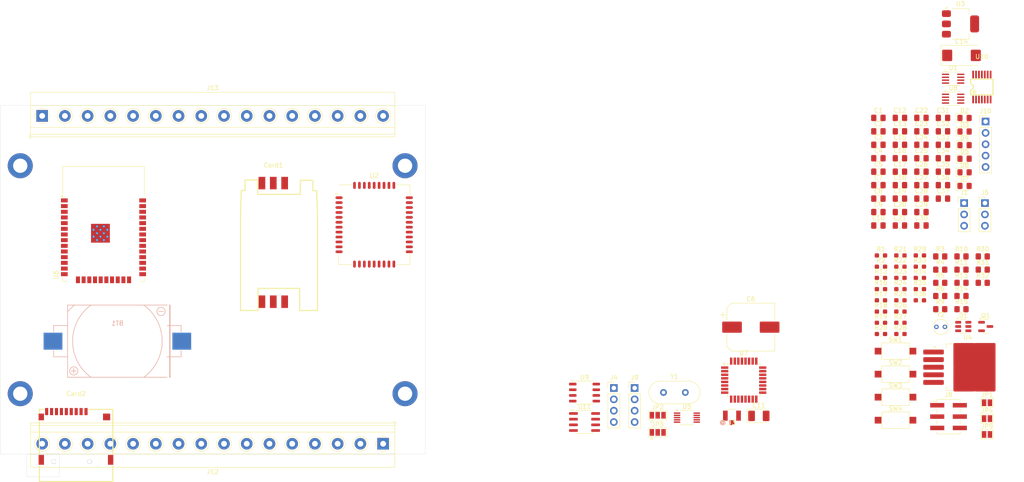
<source format=kicad_pcb>
(kicad_pcb (version 20240108) (generator "pcbnew") (generator_version "8.0")
  (layers (0 "F.Cu" signal) (31 "B.Cu" signal) (34 "B.Paste" user) (35 "F.Paste" user) (36 "B.SilkS" user "B.Silkscreen") (37 "F.SilkS" user "F.Silkscreen") (38 "B.Mask" user) (39 "F.Mask" user) (44 "Edge.Cuts" user))
  (net 0 "")
  (net 1 "SIM_CARD_GND")
  (net 2 "Net-(BT1-+)")
  (net 3 "+3.3V")
  (net 4 "SIM_DAT")
  (net 5 "GSM_VDD_2V8")
  (net 6 "SIM_CLK")
  (net 7 "SIM_RST")
  (net 8 "+5V")
  (net 9 "SIM_CARD_VCC")
  (net 10 "Net-(U2-VRTC)")
  (net 11 "GSM_VCC")
  (net 12 "ESP_EN")
  (net 13 "ESP_I0")
  (net 14 "Net-(U7-AREF)")
  (net 15 "Net-(J10-Pin_3)")
  (net 16 "ARDU_RST")
  (net 17 "Net-(U7-XTAL1{slash}PB6)")
  (net 18 "Net-(U7-XTAL2{slash}PB7)")
  (net 19 "SIM_CARD_IO")
  (net 20 "SIM_CARD_CLK")
  (net 21 "SIM_CARD_RST")
  (net 23 "SD_SCK")
  (net 25 "SD_MOSI")
  (net 26 "SD_CS")
  (net 27 "SD_MISO")
  (net 31 "Net-(D2-K)")
  (net 32 "Net-(D2-A)")
  (net 33 "Net-(D3-K)")
  (net 34 "Net-(D3-A)")
  (net 35 "Net-(D4-A)")
  (net 36 "Net-(D5-A)")
  (net 37 "Net-(D6-A)")
  (net 38 "Net-(D7-A)")
  (net 39 "Net-(J1-Pin_2)")
  (net 40 "Net-(U2-GSM_ANT)")
  (net 41 "GSM_TX")
  (net 42 "GSM_RX")
  (net 43 "Net-(J5-Pin_1)")
  (net 44 "NANO_MOSI")
  (net 45 "NANO_SCK")
  (net 46 "NANO_MISO")
  (net 47 "ESP_TX")
  (net 48 "ESP_RX")
  (net 49 "NANO_RX")
  (net 50 "NANO_TX")
  (net 51 "MASTER_MODBUS_B")
  (net 52 "ADC_IN_2")
  (net 53 "ADC_IN_1")
  (net 54 "ADC_2_VCC")
  (net 55 "MASTER_MODBUS_A")
  (net 57 "ADC_1_VCC")
  (net 58 "ESP32_SCL")
  (net 60 "ARDU_SCL")
  (net 61 "ARDU_SDA")
  (net 62 "IO_18")
  (net 63 "IO_19")
  (net 64 "TMR_DONE")
  (net 66 "ESP32_SDA")
  (net 67 "Net-(JP1-A)")
  (net 68 "GSM_PWRKEY")
  (net 69 "Net-(JP4-A)")
  (net 70 "Net-(JP9-A)")
  (net 71 "Net-(Q1-C)")
  (net 72 "Net-(Q1-B)")
  (net 73 "Net-(U1-OE)")
  (net 74 "Net-(U4-ADJ)")
  (net 75 "Net-(U6-IO12)")
  (net 76 "Net-(U6-IO13)")
  (net 77 "VI2C")
  (net 78 "Net-(U8-OE)")
  (net 79 "MODBUS_DI")
  (net 80 "MODBUS_EN")
  (net 81 "MODBUS_RO")
  (net 82 "Net-(U7-PD7)")
  (net 83 "NANO_CS")
  (net 84 "Net-(R33-Pad2)")
  (net 85 "Net-(R34-Pad2)")
  (net 86 "Net-(R35-Pad2)")
  (net 87 "Net-(R36-Pad2)")
  (net 88 "Net-(U1-B2)")
  (net 89 "Net-(U1-B1)")
  (net 116 "LOGGER_STAT")
  (net 130 "RTC_DAT")
  (net 135 "RTC_CLK")
  (net 139 "RTC_CE")
  (net 140 "Net-(U11-X2)")
  (net 141 "Net-(U11-X1)")
  (footprint "Resistor_SMD:R_0603_1608Metric_Pad0.98x0.95mm_HandSolder" (layer "F.Cu") (at 196.71 24.945)
    (property "Reference" "R23" (at 0 -1.43 0) (layer "F.SilkS"))
    (property "Value" "1K")
    (pad "1" smd roundrect (at -0.9125 0) (size 0.975 0.95) (layers "F.Cu" "F.Paste" "F.Mask") (net 79 "MODBUS_DI"))
    (pad "2" smd roundrect (at 0.9125 0) (size 0.975 0.95) (layers "F.Cu" "F.Paste" "F.Mask") (net 8 "+5V"))
  )
  (footprint "Capacitor_SMD:C_0805_2012Metric_Pad1.18x1.45mm_HandSolder" (layer "F.Cu") (at 191.79 10.215)
    (property "Reference" "C9" (at 0 -1.68 0) (layer "F.SilkS"))
    (property "Value" "10uF")
    (pad "1" smd roundrect (at -1.0375 0) (size 1.175 1.45) (layers "F.Cu" "F.Paste" "F.Mask") (roundrect_rratio 0.212766) (net 8 "+5V"))
    (pad "2" smd roundrect (at 1.0375 0) (size 1.175 1.45) (layers "F.Cu" "F.Paste" "F.Mask") (roundrect_rratio 0.212766) (net 1 "SIM_CARD_GND"))
  )
  (footprint "Capacitor_SMD:C_0805_2012Metric_Pad1.18x1.45mm_HandSolder" (layer "F.Cu") (at 201.41 -1.825)
    (property "Reference" "C25" (at 0 -1.68 0) (layer "F.SilkS"))
    (property "Value" "100nF")
    (pad "1" smd roundrect (at -1.0375 0) (size 1.175 1.45) (layers "F.Cu" "F.Paste" "F.Mask") (roundrect_rratio 0.212766) (net 1 "SIM_CARD_GND"))
    (pad "2" smd roundrect (at 1.0375 0) (size 1.175 1.45) (layers "F.Cu" "F.Paste" "F.Mask") (roundrect_rratio 0.212766) (net 3 "+3.3V"))
  )
  (footprint "Resistor_SMD:R_0805_2012Metric_Pad1.20x1.40mm_HandSolder" (layer "F.Cu") (at 210.36 26.045)
    (property "Reference" "R13" (at 0 -1.65 0) (layer "F.SilkS"))
    (property "Value" "470")
    (pad "1" smd roundrect (at -1 0) (size 1.2 1.4) (layers "F.Cu" "F.Paste" "F.Mask") (roundrect_rratio 0.208333) (net 43 "Net-(J5-Pin_1)"))
    (pad "2" smd roundrect (at 1 0) (size 1.2 1.4) (layers "F.Cu" "F.Paste" "F.Mask") (roundrect_rratio 0.208333) (net 1 "SIM_CARD_GND"))
  )
  (footprint "Jumper:SolderJumper-2_P1.3mm_Open_Pad1.0x1.5mm" (layer "F.Cu") (at 216.06 52.875)
    (property "Reference" "JP1" (at 0 -1.8 0) (layer "F.SilkS"))
    (property "Value" "SolderJumper_2_Open")
    (pad "1" smd rect (at -0.65 0) (size 1 1.5) (layers "F.Cu" "F.Mask") (net 67 "Net-(JP1-A)"))
    (pad "2" smd rect (at 0.65 0) (size 1 1.5) (layers "F.Cu" "F.Mask") (net 68 "GSM_PWRKEY"))
  )
  (footprint "Resistor_SMD:R_0603_1608Metric_Pad0.98x0.95mm_HandSolder" (layer "F.Cu") (at 192.36 24.945)
    (property "Reference" "R12" (at 0 -1.43 0) (layer "F.SilkS"))
    (property "Value" "1K")
    (pad "1" smd roundrect (at -0.9125 0) (size 0.975 0.95) (layers "F.Cu" "F.Paste" "F.Mask") (net 3 "+3.3V"))
    (pad "2" smd roundrect (at 0.9125 0) (size 0.975 0.95) (layers "F.Cu" "F.Paste" "F.Mask") (net 35 "Net-(D4-A)"))
  )
  (footprint "Capacitor_SMD:C_0805_2012Metric_Pad1.18x1.45mm_HandSolder" (layer "F.Cu") (at 196.6 4.195)
    (property "Reference" "C18" (at 0 -1.68 0) (layer "F.SilkS"))
    (property "Value" "100nF")
    (pad "1" smd roundrect (at -1.0375 0) (size 1.175 1.45) (layers "F.Cu" "F.Paste" "F.Mask") (roundrect_rratio 0.212766) (net 8 "+5V"))
    (pad "2" smd roundrect (at 1.0375 0) (size 1.175 1.45) (layers "F.Cu" "F.Paste" "F.Mask") (roundrect_rratio 0.212766) (net 1 "SIM_CARD_GND"))
  )
  (footprint "Capacitor_SMD:C_0805_2012Metric_Pad1.18x1.45mm_HandSolder" (layer "F.Cu") (at 201.41 10.215)
    (property "Reference" "C29" (at 0 -1.68 0) (layer "F.SilkS"))
    (property "Value" "10uF")
    (pad "1" smd roundrect (at -1.0375 0) (size 1.175 1.45) (layers "F.Cu" "F.Paste" "F.Mask") (roundrect_rratio 0.212766) (net 1 "SIM_CARD_GND"))
    (pad "2" smd roundrect (at 1.0375 0) (size 1.175 1.45) (layers "F.Cu" "F.Paste" "F.Mask") (roundrect_rratio 0.212766) (net 8 "+5V"))
  )
  (footprint "Resistor_SMD:R_0603_1608Metric_Pad0.98x0.95mm_HandSolder" (layer "F.Cu") (at 196.71 29.965)
    (property "Reference" "R25" (at 0 -1.43 0) (layer "F.SilkS"))
    (property "Value" "1K")
    (pad "1" smd roundrect (at -0.9125 0) (size 0.975 0.95) (layers "F.Cu" "F.Paste" "F.Mask") (net 81 "MODBUS_RO"))
    (pad "2" smd roundrect (at 0.9125 0) (size 0.975 0.95) (layers "F.Cu" "F.Paste" "F.Mask") (net 8 "+5V"))
  )
  (footprint "Resistor_SMD:R_0603_1608Metric_Pad0.98x0.95mm_HandSolder" (layer "F.Cu") (at 192.36 19.925)
    (property "Reference" "R1" (at 0 -1.43 0) (layer "F.SilkS"))
    (property "Value" "1K")
    (pad "1" smd roundrect (at -0.9125 0) (size 0.975 0.95) (layers "F.Cu" "F.Paste" "F.Mask") (net 3 "+3.3V"))
    (pad "2" smd roundrect (at 0.9125 0) (size 0.975 0.95) (layers "F.Cu" "F.Paste" "F.Mask") (net 73 "Net-(U1-OE)"))
  )
  (footprint "Capacitor_SMD:C_0805_2012Metric_Pad1.18x1.45mm_HandSolder" (layer "F.Cu") (at 206.22 -1.825)
    (property "Reference" "C34" (at 0 -1.68 0) (layer "F.SilkS"))
    (property "Value" "10uF")
    (pad "1" smd roundrect (at -1.0375 0) (size 1.175 1.45) (layers "F.Cu" "F.Paste" "F.Mask") (roundrect_rratio 0.212766) (net 3 "+3.3V"))
    (pad "2" smd roundrect (at 1.0375 0) (size 1.175 1.45) (layers "F.Cu" "F.Paste" "F.Mask") (roundrect_rratio 0.212766) (net 1 "SIM_CARD_GND"))
  )
  (footprint "Connector_PinHeader_2.54mm:PinHeader_1x03_P2.54mm_Vertical" (layer "F.Cu") (at 210.95 8.205)
    (property "Reference" "J1" (at 0 -2.33 0) (layer "F.SilkS"))
    (property "Value" "Conn_01x03_Socket")
    (pad "1" thru_hole rect (at 0 0) (size 1.7 1.7) (drill 1) (layers "*.Cu" "*.Mask") (net 1 "SIM_CARD_GND"))
    (pad "2" thru_hole oval (at 0 2.54) (size 1.7 1.7) (drill 1) (layers "*.Cu" "*.Mask") (net 39 "Net-(J1-Pin_2)"))
    (pad "3" thru_hole oval (at 0 5.08) (size 1.7 1.7) (drill 1) (layers "*.Cu" "*.Mask") (net 8 "+5V"))
  )
  (footprint "Resistor_SMD:R_0805_2012Metric_Pad1.20x1.40mm_HandSolder" (layer "F.Cu") (at 210.36 31.945)
    (property "Reference" "R15" (at 0 -1.65 0) (layer "F.SilkS"))
    (property "Value" "470")
    (pad "1" smd roundrect (at -1 0) (size 1.2 1.4) (layers "F.Cu" "F.Paste" "F.Mask") (roundrect_rratio 0.208333) (net 33 "Net-(D3-K)"))
    (pad "2" smd roundrect (at 1 0) (size 1.2 1.4) (layers "F.Cu" "F.Paste" "F.Mask") (roundrect_rratio 0.208333) (net 1 "SIM_CARD_GND"))
  )
  (footprint "Resistor_SMD:R_0603_1608Metric_Pad0.98x0.95mm_HandSolder" (layer "F.Cu") (at 201.06 27.455)
    (property "Reference" "R35" (at 0 -1.43 0) (layer "F.SilkS"))
    (property "Value" "3.3K")
    (pad "1" smd roundrect (at -0.9125 0) (size 0.975 0.95) (layers "F.Cu" "F.Paste" "F.Mask") (net 44 "NANO_MOSI"))
    (pad "2" smd roundrect (at 0.9125 0) (size 0.975 0.95) (layers "F.Cu" "F.Paste" "F.Mask") (net 86 "Net-(R35-Pad2)"))
  )
  (footprint "Capacitor_SMD:C_0805_2012Metric_Pad1.18x1.45mm_HandSolder" (layer "F.Cu") (at 201.41 -7.845)
    (property "Reference" "C23" (at 0 -1.68 0) (layer "F.SilkS"))
    (property "Value" "100nF")
    (pad "1" smd roundrect (at -1.0375 0) (size 1.175 1.45) (layers "F.Cu" "F.Paste" "F.Mask") (roundrect_rratio 0.212766) (net 14 "Net-(U7-AREF)"))
    (pad "2" smd roundrect (at 1.0375 0) (size 1.175 1.45) (layers "F.Cu" "F.Paste" "F.Mask") (roundrect_rratio 0.212766) (net 1 "SIM_CARD_GND"))
  )
  (footprint "MountingHole:MountingHole_3.2mm_M3_DIN965_Pad_TopBottom" (layer "F.Cu") (at 0 50.85)
    (property "Reference" "REF**" (hide yes))
    (property "Value" "MountingHole_3.2mm_M3_DIN965_Pad_TopBottom" (hide yes))
    (pad "1" thru_hole circle (at 0 0) (size 3.6 3.6) (drill 3.2) (layers "*.Cu" "*.Mask"))
    (pad "1" connect circle (at 0 0) (size 5.6 5.6) (layers "F.Cu" "F.Mask"))
    (pad "1" connect circle (at 0 0) (size 5.6 5.6) (layers "B.Cu" "B.Mask"))
  )
  (footprint "LED_SMD:LED_0805_2012Metric_Pad1.15x1.40mm_HandSolder" (layer "F.Cu") (at 211.045 -4.76)
    (property "Reference" "D4" (at 0 -1.65 0) (layer "F.SilkS"))
    (property "Value" "LED")
    (pad "1" smd roundrect (at -1.025 0) (size 1.15 1.4) (layers "F.Cu" "F.Paste" "F.Mask") (roundrect_rratio 0.217391) (net 1 "SIM_CARD_GND"))
    (pad "2" smd roundrect (at 1.025 0) (size 1.15 1.4) (layers "F.Cu" "F.Paste" "F.Mask") (roundrect_rratio 0.217391) (net 35 "Net-(D4-A)"))
  )
  (footprint "Capacitor_SMD:C_0805_2012Metric_Pad1.18x1.45mm_HandSolder" (layer "F.Cu") (at 206.22 4.195)
    (property "Reference" "C36" (at 0 -1.68 0) (layer "F.SilkS"))
    (property "Value" "10uF")
    (pad "1" smd roundrect (at -1.0375 0) (size 1.175 1.45) (layers "F.Cu" "F.Paste" "F.Mask") (roundrect_rratio 0.212766) (net 8 "+5V"))
    (pad "2" smd roundrect (at 1.0375 0) (size 1.175 1.45) (layers "F.Cu" "F.Paste" "F.Mask") (roundrect_rratio 0.212766) (net 1 "SIM_CARD_GND"))
  )
  (footprint "Resistor_SMD:R_0805_2012Metric_Pad1.20x1.40mm_HandSolder" (layer "F.Cu") (at 215.11 20.145)
    (property "Reference" "R30" (at 0 -1.65 0) (layer "F.SilkS"))
    (property "Value" "20K")
    (pad "1" smd roundrect (at -1 0) (size 1.2 1.4) (layers "F.Cu" "F.Paste" "F.Mask") (roundrect_rratio 0.208333) (net 51 "MASTER_MODBUS_B"))
    (pad "2" smd roundrect (at 1 0) (size 1.2 1.4) (layers "F.Cu" "F.Paste" "F.Mask") (roundrect_rratio 0.208333) (net 1 "SIM_CARD_GND"))
  )
  (footprint "Capacitor_SMD:C_0805_2012Metric_Pad1.18x1.45mm_HandSolder" (layer "F.Cu") (at 196.6 1.185)
    (property "Reference" "C17" (at 0 -1.68 0) (layer "F.SilkS"))
    (property "Value" "100nF")
    (pad "1" smd roundrect (at -1.0375 0) (size 1.175 1.45) (layers "F.Cu" "F.Paste" "F.Mask") (roundrect_rratio 0.212766) (net 1 "SIM_CARD_GND"))
    (pad "2" smd roundrect (at 1.0375 0) (size 1.175 1.45) (layers "F.Cu" "F.Paste" "F.Mask") (roundrect_rratio 0.212766) (net 12 "ESP_EN"))
  )
  (footprint "Resistor_SMD:R_0805_2012Metric_Pad1.20x1.40mm_HandSolder" (layer "F.Cu") (at 210.36 23.095)
    (property "Reference" "R11" (at 0 -1.65 0) (layer "F.SilkS"))
    (property "Value" "43K")
    (pad "1" smd roundrect (at -1 0) (size 1.2 1.4) (layers "F.Cu" "F.Paste" "F.Mask") (roundrect_rratio 0.208333) (net 74 "Net-(U4-ADJ)"))
    (pad "2" smd roundrect (at 1 0) (size 1.2 1.4) (layers "F.Cu" "F.Paste" "F.Mask") (roundrect_rratio 0.208333) (net 1 "SIM_CARD_GND"))
  )
  (footprint "Package_TO_SOT_SMD:SOT-223-3_TabPin2" (layer "F.Cu") (at 210.14 -31.88)
    (property "Reference" "U3" (at 0 -4.5 0) (layer "F.SilkS"))
    (property "Value" "AMS1117-3.3")
    (pad "1" smd roundrect (at -3.15 -2.3) (size 2 1.5) (layers "F.Cu" "F.Paste" "F.Mask") (net 1 "SIM_CARD_GND"))
    (pad "2" smd roundrect (at -3.15 0) (size 2 1.5) (layers "F.Cu" "F.Paste" "F.Mask") (net 3 "+3.3V"))
    (pad "2" smd roundrect (at 3.15 0) (size 2 3.8) (layers "F.Cu" "F.Paste" "F.Mask") (net 3 "+3.3V"))
    (pad "3" smd roundrect (at -3.15 2.3) (size 2 1.5) (layers "F.Cu" "F.Paste" "F.Mask") (net 8 "+5V"))
  )
  (footprint "Capacitor_SMD:C_0805_2012Metric_Pad1.18x1.45mm_HandSolder" (layer "F.Cu") (at 206.22 -7.845)
    (property "Reference" "C32" (at 0 -1.68 0) (layer "F.SilkS"))
    (property "Value" "10uF")
    (pad "1" smd roundrect (at -1.0375 0) (size 1.175 1.45) (layers "F.Cu" "F.Paste" "F.Mask") (roundrect_rratio 0.212766) (net 1 "SIM_CARD_GND"))
    (pad "2" smd roundrect (at 1.0375 0) (size 1.175 1.45) (layers "F.Cu" "F.Paste" "F.Mask") (roundrect_rratio 0.212766) (net 8 "+5V"))
  )
  (footprint "Resistor_SMD:R_0805_2012Metric_Pad1.20x1.40mm_HandSolder" (layer "F.Cu") (at 215.11 23.095)
    (property "Reference" "R31" (at 0 -1.65 0) (layer "F.SilkS"))
    (property "Value" "20K")
    (pad "1" smd roundrect (at -1 0) (size 1.2 1.4) (layers "F.Cu" "F.Paste" "F.Mask") (roundrect_rratio 0.208333) (net 8 "+5V"))
    (pad "2" smd roundrect (at 1 0) (size 1.2 1.4) (layers "F.Cu" "F.Paste" "F.Mask") (roundrect_rratio 0.208333) (net 55 "MASTER_MODBUS_A"))
  )
  (footprint "Capacitor_SMD:C_0805_2012Metric_Pad1.18x1.45mm_HandSolder" (layer "F.Cu") (at 196.6 -7.845)
    (property "Reference" "C13" (at 0 -1.68 0) (layer "F.SilkS"))
    (property "Value" "100nF")
    (pad "1" smd roundrect (at -1.0375 0) (size 1.175 1.45) (layers "F.Cu" "F.Paste" "F.Mask") (roundrect_rratio 0.212766) (net 3 "+3.3V"))
    (pad "2" smd roundrect (at 1.0375 0) (size 1.175 1.45) (layers "F.Cu" "F.Paste" "F.Mask") (roundrect_rratio 0.212766) (net 1 "SIM_CARD_GND"))
  )
  (footprint "Resistor_SMD:R_0805_2012Metric_Pad1.20x1.40mm_HandSolder" (layer "F.Cu") (at 205.61 28.995)
    (property "Reference" "R6" (at 0 -1.65 0) (layer "F.SilkS"))
    (property "Value" "53")
    (pad "1" smd roundrect (at -1 0) (size 1.2 1.4) (layers "F.Cu" "F.Paste" "F.Mask") (roundrect_rratio 0.208333) (net 4 "SIM_DAT"))
    (pad "2" smd roundrect (at 1 0) (size 1.2 1.4) (layers "F.Cu" "F.Paste" "F.Mask") (roundrect_rratio 0.208333) (net 19 "SIM_CARD_IO"))
  )
  (footprint "Resistor_SMD:R_0603_1608Metric_Pad0.98x0.95mm_HandSolder" (layer "F.Cu") (at 192.36 34.985)
    (property "Reference" "R19" (at 0 -1.43 0) (layer "F.SilkS"))
    (property "Value" "1K")
    (pad "1" smd roundrect (at -0.9125 0) (size 0.975 0.95) (layers "F.Cu" "F.Paste" "F.Mask") (net 76 "Net-(U6-IO13)"))
    (pad "2" smd roundrect (at 0.9125 0) (size 0.975 0.95) (layers "F.Cu" "F.Paste" "F.Mask") (net 37 "Net-(D6-A)"))
  )
  (footprint "Connector_PinHeader_2.54mm:PinHeader_1x05_P2.54mm_Vertical" (layer "F.Cu") (at 215.74 -10.035)
    (property "Reference" "J10" (at 0 -2.33 0) (layer "F.SilkS"))
    (property "Value" "Conn_01x05_Socket")
    (pad "1" thru_hole rect (at 0 0) (size 1.7 1.7) (drill 1) (layers "*.Cu" "*.Mask") (net 50 "NANO_TX"))
    (pad "2" thru_hole oval (at 0 2.54) (size 1.7 1.7) (drill 1) (layers "*.Cu" "*.Mask") (net 49 "NANO_RX"))
    (pad "3" thru_hole oval (at 0 5.08) (size 1.7 1.7) (drill 1) (layers "*.Cu" "*.Mask") (net 15 "Net-(J10-Pin_3)"))
    (pad "4" thru_hole oval (at 0 7.62) (size 1.7 1.7) (drill 1) (layers "*.Cu" "*.Mask") (net 8 "+5V"))
    (pad "5" thru_hole oval (at 0 10.16) (size 1.7 1.7) (drill 1) (layers "*.Cu" "*.Mask") (net 1 "SIM_CARD_GND"))
  )
  (footprint "Capacitor_SMD:C_0805_2012Metric_Pad1.18x1.45mm_HandSolder" (layer "F.Cu") (at 201.41 4.195)
    (property "Reference" "C27" (at 0 -1.68 0) (layer "F.SilkS"))
    (property "Value" "1uF")
    (pad "1" smd roundrect (at -1.0375 0) (size 1.175 1.45) (layers "F.Cu" "F.Paste" "F.Mask") (roundrect_rratio 0.212766) (net 1 "SIM_CARD_GND"))
    (pad "2" smd roundrect (at 1.0375 0) (size 1.175 1.45) (layers "F.Cu" "F.Paste" "F.Mask") (roundrect_rratio 0.212766) (net 8 "+5V"))
  )
  (footprint "Capacitor_SMD:C_0805_2012Metric_Pad1.18x1.45mm_HandSolder" (layer "F.Cu") (at 206.22 -10.855)
    (property "Reference" "C31" (at 0 -1.68 0) (layer "F.SilkS"))
    (property "Value" "22pF")
    (pad "1" smd roundrect (at -1.0375 0) (size 1.175 1.45) (layers "F.Cu" "F.Paste" "F.Mask") (roundrect_rratio 0.212766) (net 18 "Net-(U7-XTAL2{slash}PB7)"))
    (pad "2" smd roundrect (at 1.0375 0) (size 1.175 1.45) (layers "F.Cu" "F.Paste" "F.Mask") (roundrect_rratio 0.212766) (net 1 "SIM_CARD_GND"))
  )
  (footprint "Capacitor_SMD:C_0805_2012Metric_Pad1.18x1.45mm_HandSolder" (layer "F.Cu") (at 196.6 10.215)
    (property "Reference" "C20" (at 0 -1.68 0) (layer "F.SilkS"))
    (property "Value" "10uF")
    (pad "1" smd roundrect (at -1.0375 0) (size 1.175 1.45) (layers "F.Cu" "F.Paste" "F.Mask") (roundrect_rratio 0.212766) (net 1 "SIM_CARD_GND"))
    (pad "2" smd roundrect (at 1.0375 0) (size 1.175 1.45) (layers "F.Cu" "F.Paste" "F.Mask") (roundrect_rratio 0.212766) (net 8 "+5V"))
  )
  (footprint "Crystal:Crystal_HC49-4H_Vertical" (layer "F.Cu") (at 143.76 50.575)
    (property "Reference" "Y1" (at 2.44 -3.525 0) (layer "F.SilkS"))
    (property "Value" "16MHz")
    (pad "1" thru_hole circle (at 0 0) (size 1.5 1.5) (drill 0.8) (layers "*.Cu" "*.Mask") (net 18 "Net-(U7-XTAL2{slash}PB7)"))
    (pad "2" thru_hole circle (at 4.88 0) (size 1.5 1.5) (drill 0.8) (layers "*.Cu" "*.Mask") (net 17 "Net-(U7-XTAL1{slash}PB6)"))
  )
  (footprint "Jumper:SolderJumper-3_P1.3mm_Open_Pad1.0x1.5mm" (layer "F.Cu") (at 142.46 59.51)
    (property "Reference" "JP3" (at 0 -1.8 0) (layer "F.SilkS"))
    (property "Value" "ADC_POW")
    (pad "1" smd rect (at -1.3 0) (size 1 1.5) (layers "F.Cu" "F.Mask") (net 8 "+5V"))
    (pad "2" smd rect (at 0 0) (size 1 1.5) (layers "F.Cu" "F.Mask") (net 54 "ADC_2_VCC"))
    (pad "3" smd rect (at 1.3 0) (size 1 1.5) (layers "F.Cu" "F.Mask") (net 3 "+3.3V"))
  )
  (footprint "Button_Switch_SMD:SW_SPST_CK_RS282G05A3" (layer "F.Cu") (at 195.61 51.625)
    (property "Reference" "SW3" (at 0 -2.6 0) (layer "F.SilkS"))
    (property "Value" "SW_Push")
    (pad "1" smd rect (at -3.9 0) (size 1.5 1.5) (layers "F.Cu" "F.Paste" "F.Mask") (net 13 "ESP_I0"))
    (pad "2" smd rect (at 3.9 0) (size 1.5 1.5) (layers "F.Cu" "F.Paste" "F.Mask") (net 1 "SIM_CARD_GND"))
  )
  (footprint "Capacitor_SMD:C_0805_2012Metric_Pad1.18x1.45mm_HandSolder" (layer "F.Cu") (at 191.79 -10.855)
    (property "Reference" "C1" (at 0 -1.68 0) (layer "F.SilkS"))
    (property "Value" "100nF")
    (pad "1" smd roundrect (at -1.0375 0) (size 1.175 1.45) (layers "F.Cu" "F.Paste" "F.Mask") (roundrect_rratio 0.212766) (net 1 "SIM_CARD_GND"))
    (pad "2" smd roundrect (at 1.0375 0) (size 1.175 1.45) (layers "F.Cu" "F.Paste" "F.Mask") (roundrect_rratio 0.212766) (net 3 "+3.3V"))
  )
  (footprint "MountingHole:MountingHole_3.2mm_M3_DIN965_Pad_TopBottom" (layer "F.Cu") (at 86 -0.15)
    (property "Reference" "REF**" (hide yes))
    (property "Value" "MountingHole_3.2mm_M3_DIN965_Pad_TopBottom" (hide yes))
    (pad "1" thru_hole circle (at 0 0) (size 3.6 3.6) (drill 3.2) (layers "*.Cu" "*.Mask"))
    (pad "1" connect circle (at 0 0) (size 5.6 5.6) (layers "F.Cu" "F.Mask"))
    (pad "1" connect circle (at 0 0) (size 5.6 5.6) (layers "B.Cu" "B.Mask"))
  )
  (footprint "Resistor_SMD:R_0603_1608Metric_Pad0.98x0.95mm_HandSolder" (layer "F.Cu") (at 192.36 27.455)
    (property "Reference" "R16" (at 0 -1.43 0) (layer "F.SilkS"))
    (property "Value" "1K")
    (pad "1" smd roundrect (at -0.9125 0) (size 0.975 0.95) (layers "F.Cu" "F.Paste" "F.Mask") (net 3 "+3.3V"))
    (pad "2" smd roundrect (at 0.9125 0) (size 0.975 0.95) (layers "F.Cu" "F.Paste" "F.Mask") (net 12 "ESP_EN"))
  )
  (footprint "Connector_PinHeader_2.54mm:PinHeader_1x04_P2.54mm_Vertical" (layer "F.Cu") (at 137.31 49.575)
    (property "Reference" "J9" (at 0 -2.33 0) (layer "F.SilkS"))
    (property "Value" "Prog")
    (pad "1" thru_hole rect (at 0 0) (size 1.7 1.7) (drill 1) (layers "*.Cu" "*.Mask") (net 8 "+5V"))
    (pad "2" thru_hole oval (at 0 2.54) (size 1.7 1.7) (drill 1) (layers "*.Cu" "*.Mask") (net 47 "ESP_TX"))
    (pad "3" thru_hole oval (at 0 5.08) (size 1.7 1.7) (drill 1) (layers "*.Cu" "*.Mask") (net 48 "ESP_RX"))
    (pad "4" thru_hole oval (at 0 7.62) (size 1.7 1.7) (drill 1) (layers "*.Cu" "*.Mask") (net 1 "SIM_CARD_GND"))
  )
  (footprint "Package_SO:VSSOP-10_3x3mm_P0.5mm" (layer "F.Cu") (at 148.99 56.2)
    (property "Reference" "U5" (at 0 -2.45 0) (layer "F.SilkS"))
    (property "Value" "ADS1115IDGS")
    (pad "1" smd roundrect (at -2.2 -1) (size 1.45 0.3) (layers "F.Cu" "F.Paste" "F.Mask") (net 69 "Net-(JP4-A)"))
    (pad "2" smd roundrect (at -2.2 -0.5) (size 1.45 0.3) (layers "F.Cu" "F.Paste" "F.Mask"))
    (pad "3" smd roundrect (at -2.2 0) (size 1.45 0.3) (layers "F.Cu" "F.Paste" "F.Mask") (net 1 "SIM_CARD_GND"))
    (pad "4" smd roundrect (at -2.2 0.5) (size 1.45 0.3) (layers "F.Cu" "F.Paste" "F.Mask") (net 53 "ADC_IN_1"))
    (pad "5" smd roundrect (at -2.2 1) (size 1.45 0.3) (layers "F.Cu" "F.Paste" "F.Mask") (net 52 "ADC_IN_2"))
    (pad "6" smd roundrect (at 2.2 1) (size 1.45 0.3) (layers "F.Cu" "F.Paste" "F.Mask"))
    (pad "7" smd roundrect (at 2.2 0.5) (size 1.45 0.3) (layers "F.Cu" "F.Paste" "F.Mask"))
    (pad "8" smd roundrect (at 2.2 0) (size 1.45 0.3) (layers "F.Cu" "F.Paste" "F.Mask") (net 8 "+5V"))
    (pad "9" smd roundrect (at 2.2 -0.5) (size 1.45 0.3) (layers "F.Cu" "F.Paste" "F.Mask") (net 61 "ARDU_SDA"))
    (pad "10" smd roundrect (at 2.2 -1) (size 1.45 0.3) (layers "F.Cu" "F.Paste" "F.Mask") (net 60 "ARDU_SCL"))
  )
  (footprint "Capacitor_SMD:C_0805_2012Metric_Pad1.18x1.45mm_HandSolder" (layer "F.Cu") (at 196.6 -10.855)
    (property "Reference" "C12" (at 0 -1.68 0) (layer "F.SilkS"))
    (property "Value" "10uF")
    (pad "1" smd roundrect (at -1.0375 0) (size 1.175 1.45) (layers "F.Cu" "F.Paste" "F.Mask") (roundrect_rratio 0.212766) (net 3 "+3.3V"))
    (pad "2" smd roundrect (at 1.0375 0) (size 1.175 1.45) (layers "F.Cu" "F.Paste" "F.Mask") (roundrect_rratio 0.212766) (net 1 "SIM_CARD_GND"))
  )
  (footprint "Resistor_SMD:R_0603_1608Metric_Pad0.98x0.95mm_HandSolder" (layer "F.Cu") (at 192.36 37.495)
    (property "Reference" "R20" (at 0 -1.43 0) (layer "F.SilkS"))
    (property "Value" "4.7K")
    (pad "1" smd roundrect (at -0.9125 0) (size 0.975 0.95) (layers "F.Cu" "F.Paste" "F.Mask") (net 66 "ESP32_SDA"))
    (pad "2" smd roundrect (at 0.9125 0) (size 0.975 0.95) (layers "F.Cu" "F.Paste" "F.Mask") (net 77 "VI2C"))
  )
  (footprint "Resistor_SMD:R_0805_2012Metric_Pad1.20x1.40mm_HandSolder" (layer "F.Cu") (at 205.61 31.945)
    (property "Reference" "R9" (at 0 -1.65 0) (layer "F.SilkS"))
    (property "Value" "43K")
    (pad "1" smd roundrect (at -1 0) (size 1.2 1.4) (layers "F.Cu" "F.Paste" "F.Mask") (roundrect_rratio 0.208333) (net 74 "Net-(U4-ADJ)"))
    (pad "2" smd roundrect (at 1 0) (size 1.2 1.4) (layers "F.Cu" "F.Paste" "F.Mask") (roundrect_rratio 0.208333) (net 1 "SIM_CARD_GND"))
  )
  (footprint "Resistor_SMD:R_0805_2012Metric_Pad1.20x1.40mm_HandSolder" (layer "F.Cu") (at 205.61 23.095)
    (property "Reference" "R4" (at 0 -1.65 0) (layer "F.SilkS"))
    (property "Value" "53")
    (pad "1" smd roundrect (at -1 0) (size 1.2 1.4) (layers "F.Cu" "F.Paste" "F.Mask") (roundrect_rratio 0.208333) (net 7 "SIM_RST"))
    (pad "2" smd roundrect (at 1 0) (size 1.2 1.4) (layers "F.Cu" "F.Paste" "F.Mask") (roundrect_rratio 0.208333) (net 21 "SIM_CARD_RST"))
  )
  (footprint "Resistor_SMD:R_0603_1608Metric_Pad0.98x0.95mm_HandSolder" (layer "F.Cu") (at 196.71 27.455)
    (property "Reference" "R24" (at 0 -1.43 0) (layer "F.SilkS"))
    (property "Value" "1K")
    (pad "1" smd roundrect (at -0.9125 0) (size 0.975 0.95) (layers "F.Cu" "F.Paste" "F.Mask") (net 80 "MODBUS_EN"))
    (pad "2" smd roundrect (at 0.9125 0) (size 0.975 0.95) (layers "F.Cu" "F.Paste" "F.Mask") (net 8 "+5V"))
  )
  (footprint "Capacitor_SMD:C_0805_2012Metric_Pad1.18x1.45mm_HandSolder" (layer "F.Cu") (at 191.79 -7.845)
    (property "Reference" "C2" (at 0 -1.68 0) (layer "F.SilkS"))
    (property "Value" "22pF")
    (pad "1" smd roundrect (at -1.0375 0) (size 1.175 1.45) (layers "F.Cu" "F.Paste" "F.Mask") (roundrect_rratio 0.212766) (net 1 "SIM_CARD_GND"))
    (pad "2" smd roundrect (at 1.0375 0) (size 1.175 1.45) (layers "F.Cu" "F.Paste" "F.Mask") (roundrect_rratio 0.212766) (net 4 "SIM_DAT"))
  )
  (footprint "Resistor_SMD:R_0603_1608Metric_Pad0.98x0.95mm_HandSolder" (layer "F.Cu") (at 201.06 22.435)
    (property "Reference" "R33" (at 0 -1.43 0) (layer "F.SilkS"))
    (property "Value" "3.3K")
    (pad "1" smd roundrect (at -0.9125 0) (size 0.975 0.95) (layers "F.Cu" "F.Paste" "F.Mask") (net 83 "NANO_CS"))
    (pad "2" smd roundrect (at 0.9125 0) (size 0.975 0.95) (layers "F.Cu" "F.Paste" "F.Mask") (net 84 "Net-(R33-Pad2)"))
  )
  (footprint "Capacitor_SMD:C_0805_2012Metric_Pad1.18x1.45mm_HandSolder" (layer "F.Cu") (at 196.6 -4.835)
    (property "Reference" "C15" (at 0 -1.68 0) (layer "F.SilkS"))
    (property "Value" "100nF")
    (pad "1" smd roundrect (at -1.0375 0) (size 1.175 1.45) (layers "F.Cu" "F.Paste" "F.Mask") (roundrect_rratio 0.212766) (net 11 "GSM_VCC"))
    (pad "2" smd roundrect (at 1.0375 0) (size 1.175 1.45) (layers "F.Cu" "F.Paste" "F.Mask") (roundrect_rratio 0.212766) (net 1 "SIM_CARD_GND"))
  )
  (footprint "Resistor_SMD:R_0805_2012Metric_Pad1.20x1.40mm_HandSolder" (layer "F.Cu") (at 205.61 20.145)
    (property "Reference" "R3" (at 0 -1.65 0) (layer "F.SilkS"))
    (property "Value" "47K")
    (pad "1" smd roundrect (at -1 0) (size 1.2 1.4) (layers "F.Cu" "F.Paste" "F.Mask") (roundrect_rratio 0.208333) (net 72 "Net-(Q1-B)"))
    (pad "2" smd roundrect (at 1 0) (size 1.2 1.4) (layers "F.Cu" "F.Paste" "F.Mask") (roundrect_rratio 0.208333) (net 1 "SIM_CARD_GND"))
  )
  (footprint "Capacitor_SMD:C_0805_2012Metric_Pad1.18x1.45mm_HandSolder" (layer "F.Cu") (at 191.79 7.205)
    (property "Reference" "C8" (at 0 -1.68 0) (layer "F.SilkS"))
    (property "Value" "100nF")
    (pad "1" smd roundrect (at -1.0375 0) (size 1.175 1.45) (layers "F.Cu" "F.Paste" "F.Mask") (roundrect_rratio 0.212766) (net 8 "+5V"))
    (pad "2" smd roundrect (at 1.0375 0) (size 1.175 1.45) (layers "F.Cu" "F.Paste" "F.Mask") (roundrect_rratio 0.212766) (net 1 "SIM_CARD_GND"))
  )
  (footprint "Button_Switch_SMD:SW_SPST_CK_RS282G05A3" (layer "F.Cu") (at 195.61 56.775)
    (property "Reference" "SW4" (at 0 -2.6 0) (layer "F.SilkS"))
    (property "Value" "SW_Push")
    (pad "1" smd rect (at -3.9 0) (size 1.5 1.5) (layers "F.Cu" "F.Paste" "F.Mask") (net 16 "ARDU_RST"))
    (pad "2" smd rect (at 3.9 0) (size 1.5 1.5) (layers "F.Cu" "F.Paste" "F.Mask") (net 1 "SIM_CARD_GND"))
  )
  (footprint "LED_SMD:LED_0805_2012Metric_Pad1.15x1.40mm_HandSolder" (layer "F.Cu") (at 211.045 1.32)
    (property "Reference" "D6" (at 0 -1.65 0) (layer "F.SilkS"))
    (property "Value" "LED")
    (pad "1" smd roundrect (at -1.025 0) (size 1.15 1.4) (layers "F.Cu" "F.Paste" "F.Mask") (roundrect_rratio 0.217391) (net 1 "SIM_CARD_GND"))
    (pad "2" smd roundrect (at 1.025 0) (size 1.15 1.4) (layers "F.Cu" "F.Paste" "F.Mask") (roundrect_rratio 0.217391) (net 37 "Net-(D6-A)"))
  )
  (footprint "Resistor_SMD:R_0603_1608Metric_Pad0.98x0.95mm_HandSolder" (layer "F.Cu") (at 201.06 19.925)
    (property "Reference" "R29" (at 0 -1.43 0) (layer "F.SilkS"))
    (property "Value" "1K")
    (pad "1" smd roundrect (at -0.9125 0) (size 0.975 0.95) (layers "F.Cu" "F.Paste" "F.Mask") (net 8 "+5V"))
    (pad "2" smd roundrect (at 0.9125 0) (size 0.975 0.95) (layers "F.Cu" "F.Paste" "F.Mask") (net 16 "ARDU_RST"))
  )
  (footprint "Resistor_SMD:R_0805_2012Metric_Pad1.20x1.40mm_HandSolder" (layer "F.Cu") (at 210.36 28.995)
    (property "Reference" "R14" (at 0 -1.65 0) (layer "F.SilkS"))
    (property "Value" "470")
    (pad "1" smd roundrect (at -1 0) (size 1.2 1.4) (layers "F.Cu" "F.Paste" "F.Mask") (roundrect_rratio 0.208333) (net 31 "Net-(D2-K)"))
    (pad "2" smd roundrect (at 1 0) (size 1.2 1.4) (layers "F.Cu" "F.Paste" "F.Mask") (roundrect_rratio 0.208333) (net 1 "SIM_CARD_GND"))
  )
  (footprint "Capacitor_SMD:C_0805_2012Metric_Pad1.18x1.45mm_HandSolder" (layer "F.Cu") (at 196.6 7.205)
    (property "Reference" "C19" (at 0 -1.68 0) (layer "F.SilkS"))
    (property "Value" "10uF")
    (pad "1" smd roundrect (at -1.0375 0) (size 1.175 1.45) (layers "F.Cu" "F.Paste" "F.Mask") (roundrect_rratio 0.212766) (net 3 "+3.3V"))
    (pad "2" smd roundrect (at 1.0375 0) (size 1.175 1.45) (layers "F.Cu" "F.Paste" "F.Mask") (roundrect_rratio 0.212766) (net 1 "SIM_CARD_GND"))
  )
  (footprint "Package_SO:SSOP-8_2.95x2.8mm_P0.65mm" (layer "F.Cu") (at 208.49 -19.62)
    (property "Reference" "U1" (at 0 -2.4 0) (layer "F.SilkS"))
    (property "Value" "TXS0102DCT")
    (pad "1" smd rect (at -1.7 -0.975 270) (size 0.3 1.6) (layers "F.Cu" "F.Paste" "F.Mask") (net 88 "Net-(U1-B2)"))
    (pad "2" smd rect (at -1.7 -0.325 270) (size 0.3 1.6) (layers "F.Cu" "F.Paste" "F.Mask") (net 1 "SIM_CARD_GND"))
    (pad "3" smd rect (at -1.7 0.325 270) (size 0.3 1.6) (layers "F.Cu" "F.Paste" "F.Mask") (net 3 "+3.3V"))
    (pad "4" smd rect (at -1.7 0.975 270) (size 0.3 1.6) (layers "F.Cu" "F.Paste" "F.Mask") (net 42 "GSM_RX"))
    (pad "5" smd rect (at 1.7 0.975 270) (size 0.3 1.6) (layers "F.Cu" "F.Paste" "F.Mask") (net 41 "GSM_TX"))
    (pad "6" smd rect (at 1.7 0.325 270) (size 0.3 1.6) (layers "F.Cu" "F.Paste" "F.Mask") (net 73 "Net-(U1-OE)"))
    (pad "7" smd rect (at 1.7 -0.325 270) (size 0.3 1.6) (layers "F.Cu" "F.Paste" "F.Mask") (net 5 "GSM_VDD_2V8"))
    (pad "8" smd rect (at 1.7 -0.975 270) (size 0.3 1.6) (layers "F.Cu" "F.Paste" "F.Mask") (net 89 "Net-(U1-B1)"))
  )
  (footprint "easyeda2kicad:SIM-SMD_DS1138-02-06SS4BOR" (layer "F.Cu") (at 56.55 17)
    (property "Reference" "Card1" (at 0 -17.27 0) (layer "F.SilkS"))
    (property "Value" "DS1138-02-06SS4BOR")
    (pad "C1" smd rect (at -2.54 -13.27) (size 1.5 2.8) (layers "F.Cu" "F.Paste" "F.Mask") (net 9 "SIM_CARD_VCC"))
    (pad "C2" smd rect (at 0 -13.27) (size 1.5 2.8) (layers "F.Cu" "F.Paste" "F.Mask") (net 21 "SIM_CARD_RST"))
    (pad "C3" smd rect (at 2.54 -13.27) (size 1.5 2.8) (layers "F.Cu" "F.Paste" "F.Mask") (net 20 "SIM_CARD_CLK"))
    (pad "C4" smd rect (at -2.54 13.27) (size 1.5 2.8) (layers "F.Cu" "F.Paste" "F.Mask") (net 1 "SIM_CARD_GND"))
    (pad "C5" smd rect (at 0 13.27) (size 1.5 2.8) (layers "F.Cu" "F.Paste" "F.Mask"))
    (pad "C6" smd rect (at 2.54 13.27) (size 1.5 2.8) (layers "F.Cu" "F.Paste" "F.Mask") (net 19 "SIM_CARD_IO"))
  )
  (footprint "Package_TO_SOT_SMD:SOT-23-6" (layer "F.Cu") (at 210.76 35.82)
    (property "Reference" "D1" (at 0 -2.4 0) (layer "F.SilkS"))
    (property "Value" "ESDA6V1-5SC6")
    (pad "1" smd roundrect (at -1.1375 -0.95) (size 1.325 0.6) (layers "F.Cu" "F.Paste" "F.Mask") (net 9 "SIM_CARD_VCC"))
    (pad "2" smd roundrect (at -1.1375 0) (size 1.325 0.6) (layers "F.Cu" "F.Paste" "F.Mask") (net 1 "SIM_CARD_GND"))
    (pad "3" smd roundrect (at -1.1375 0.95) (size 1.325 0.6) (layers "F.Cu" "F.Paste" "F.Mask") (net 21 "SIM_CARD_RST"))
    (pad "4" smd roundrect (at 1.1375 0.95) (size 1.325 0.6) (layers "F.Cu" "F.Paste" "F.Mask") (net 20 "SIM_CARD_CLK"))
    (pad "5" smd roundrect (at 1.1375 0) (size 1.325 0.6) (layers "F.Cu" "F.Paste" "F.Mask"))
    (pad "6" smd roundrect (at 1.1375 -0.95) (size 1.325 0.6) (layers "F.Cu" "F.Paste" "F.Mask") (net 19 "SIM_CARD_IO"))
  )
  (footprint "Resistor_SMD:R_0805_2012Metric_Pad1.20x1.40mm_HandSolder" (layer "F.Cu") (at 210.36 20.145)
    (property "Reference" "R10" (at 0 -1.65 0) (layer "F.SilkS"))
    (property "Value" "100K")
    (pad "1" smd roundrect (at -1 0) (size 1.2 1.4) (layers "F.Cu" "F.Paste" "F.Mask") (roundrect_rratio 0.208333) (net 43 "Net-(J5-Pin_1)"))
    (pad "2" smd roundrect (at 1 0) (size 1.2 1.4) (layers "F.Cu" "F.Paste" "F.Mask") (roundrect_rratio 0.208333) (net 74 "Net-(U4-ADJ)"))
  )
  (footprint "Resistor_SMD:R_0603_1608Metric_Pad0.98x0.95mm_HandSolder" (layer "F.Cu") (at 196.71 37.495)
    (property "Reference" "R28" (at 0 -1.43 0) (layer "F.SilkS"))
    (property "Value" "4.7K")
    (pad "1" smd roundrect (at -0.9125 0) (size 0.975 0.95) (layers "F.Cu" "F.Paste" "F.Mask") (net 61 "ARDU_SDA"))
    (pad "2" smd roundrect (at 0.9125 0) (size 0.975 0.95) (layers "F.Cu" "F.Paste" "F.Mask") (net 8 "+5V"))
  )
  (footprint "Button_Switch_SMD:SW_SPST_CK_RS282G05A3" (layer "F.Cu") (at 195.61 46.475)
    (property "Reference" "SW2" (at 0 -2.6 0) (layer "F.SilkS"))
    (property "Value" "SW_Push")
    (pad "1" smd rect (at -3.9 0) (size 1.5 1.5) (layers "F.Cu" "F.Paste" "F.Mask") (net 1 "SIM_CARD_GND"))
    (pad "2" smd rect (at 3.9 0) (size 1.5 1.5) (layers "F.Cu" "F.Paste" "F.Mask") (net 12 "ESP_EN"))
  )
  (footprint "Package_TO_SOT_SMD:TO-263-5_TabPin3" (layer "F.Cu") (at 211.76 44.925)
    (property "Reference" "U4" (at 0 -6.65 0) (layer "F.SilkS"))
    (property "Value" "MIC29302WU")
    (pad "1" smd roundrect (at -7.65 -3.4) (size 4.6 1.1) (layers "F.Cu" "F.Paste" "F.Mask") (roundrect_rratio 0.227273) (net 39 "Net-(J1-Pin_2)"))
    (pad "2" smd roundrect (at -7.65 -1.7) (size 4.6 1.1) (layers "F.Cu" "F.Paste" "F.Mask") (roundrect_rratio 0.227273) (net 8 "+5V"))
    (pad "3" smd roundrect (at -7.65 0) (size 4.6 1.1) (layers "F.Cu" "F.Paste" "F.Mask") (roundrect_rratio 0.227273) (net 1 "SIM_CARD_GND"))
    (pad "3" smd roundrect (at -0.925 -2.775) (size 4.55 5.25) (layers "F.Cu" "F.Paste") (roundrect_rratio 0.054945) (net 1 "SIM_CARD_GND"))
    (pad "3" smd roundrect (at -0.925 2.775) (size 4.55 5.25) (layers "F.Cu" "F.Paste") (roundrect_rratio 0.054945) (net 1 "SIM_CARD_GND"))
    (pad "3" smd roundrect (at 1.5 0) (size 9.4 10.8) (layers "F.Cu" "F.Mask") (roundrect_rratio 0.026596) (net 1 "SIM_CARD_GND"))
    (pad "3" smd roundrect (at 3.925 -2.775) (size 4.55 5.25) (layers "F.Cu" "F.Paste") (roundrect_rratio 0.054945) (net 1 "SIM_CARD_GND"))
    (pad "3" smd roundrect (at 3.925 2.775) (size 4.55 5.25) (layers "F.Cu" "F.Paste") (roundrect_rratio 0.054945) (net 1 "SIM_CARD_GND"))
    (pad "4" smd roundrect (at -7.65 1.7) (size 4.6 1.1) (layers "F.Cu" "F.Paste" "F.Mask") (roundrect_rratio 0.227273) (net 43 "Net-(J5-Pin_1)"))
    (pad "5" smd roundrect (at -7.65 3.4) (size 4.6 1.1) (layers "F.Cu" "F.Paste" "F.Mask") (roundrect_rratio 0.227273) (net 74 "Net-(U4-ADJ)"))
  )
  (footprint "Capacitor_SMD:C_0805_2012Metric_Pad1.18x1.45mm_HandSolder" (layer "F.Cu") (at 206.22 7.205)
    (property "Reference" "C37" (at 0 -1.68 0) (layer "F.SilkS"))
    (property "Value" "100nF")
    (pad "1" smd roundrect (at -1.0375 0) (size 1.175 1.45) (layers "F.Cu" "F.Paste" "F.Mask") (roundrect_rratio 0.212766) (net 8 "+5V"))
    (pad "2" smd roundrect (at 1.0375 0) (size 1.175 1.45) (layers "F.Cu" "F.Paste" "F.Mask") (roundrect_rratio 0.212766) (net 1 "SIM_CARD_GND"))
  )
  (footprint "Package_SO:SOP-8_3.9x4.9mm_P1.27mm" (layer "F.Cu") (at 126.11 50.605)
    (property "Reference" "U9" (at 0 -3.4 0) (layer "F.SilkS"))
    (property "Value" "MAX485E")
    (pad "1" smd roundrect (at -2.625 -1.905) (size 1.65 0.6) (layers "F.Cu" "F.Paste" "F.Mask") (net 81 "MODBUS_RO"))
    (pad "2" smd roundrect (at -2.625 -0.635) (size 1.65 0.6) (layers "F.Cu" "F.Paste" "F.Mask") (net 80 "MODBUS_EN"))
    (pad "3" smd roundrect (at -2.625 0.635) (size 1.65 0.6) (layers "F.Cu" "F.Paste" "F.Mask") (net 80 "MODBUS_EN"))
    (pad "4" smd roundrect (at -2.625 1.905) (size 1.65 0.6) (layers "F.Cu" "F.Paste" "F.Mask") (net 79 "MODBUS_DI"))
    (pad "5" smd roundrect (at 2.625 1.905) (size 1.65 0.6) (layers "F.Cu" "F.Paste" "F.Mask") (net 1 "SIM_CARD_GND"))
    (pad "6" smd roundrect (at 2.625 0.635) (size 1.65 0.6) (layers "F.Cu" "F.Paste" "F.Mask") (net 55 "MASTER_MODBUS_A"))
    (pad "7" smd roundrect (at 2.625 -0.635) (size 1.65 0.6) (layers "F.Cu" "F.Paste" "F.Mask") (net 51 "MASTER_MODBUS_B"))
    (pad "8" smd roundrect (at 2.625 -1.905) (size 1.65 0.6) (layers "F.Cu" "F.Paste" "F.Mask") (net 8 "+5V"))
  )
  (footprint "LED_SMD:LED_0805_2012Metric_Pad1.15x1.40mm_HandSolder" (layer "F.Cu") (at 211.045 -1.72)
    (property "Reference" "D5" (at 0 -1.65 0) (layer "F.SilkS"))
    (property "Value" "LED")
    (pad "1" smd roundrect (at -1.025 0) (size 1.15 1.4) (layers "F.Cu" "F.Paste" "F.Mask") (roundrect_rratio 0.217391) (net 1 "SIM_CARD_GND"))
    (pad "2" smd roundrect (at 1.025 0) (size 1.15 1.4) (layers "F.Cu" "F.Paste" "F.Mask") (roundrect_rratio 0.217391) (net 36 "Net-(D5-A)"))
  )
  (footprint "Connector_PinHeader_2.54mm:PinHeader_1x04_P2.54mm_Vertical" (layer "F.Cu") (at 132.66 49.575)
    (property "Reference" "J4" (at 0 -2.33 0) (layer "F.SilkS"))
    (property "Value" "Prog")
    (pad "1" thru_hole rect (at 0 0) (size 1.7 1.7) (drill 1) (layers "*.Cu" "*.Mask") (net 8 "+5V"))
    (pad "2" thru_hole oval (at 0 2.54) (size 1.7 1.7) (drill 1) (layers "*.Cu" "*.Mask") (net 41 "GSM_TX"))
    (pad "3" thru_hole oval (at 0 5.08) (size 1.7 1.7) (drill 1) (layers "*.Cu" "*.Mask") (net 42 "GSM_RX"))
    (pad "4" thru_hole oval (at 0 7.62) (size 1.7 1.7) (drill 1) (layers "*.Cu" "*.Mask") (net 1 "SIM_CARD_GND"))
  )
  (footprint "Capacitor_SMD:C_0805_2012Metric_Pad1.18x1.45mm_HandSolder" (layer "F.Cu") (at 191.79 4.195)
    (property "Reference" "C7" (at 0 -1.68 0) (layer "F.SilkS"))
    (property "Value" "1uF")
    (pad "1" smd roundrect (at -1.0375 0) (size 1.175 1.45) (layers "F.Cu" "F.Paste" "F.Mask") (roundrect_rratio 0.212766) (net 8 "+5V"))
    (pad "2" smd roundrect (at 1.0375 0) (size 1.175 1.45) (layers "F.Cu" "F.Paste" "F.Mask") (roundrect_rratio 0.212766) (net 1 "SIM_CARD_GND"))
  )
  (footprint "Capacitor_Tantalum_SMD:CP_EIA-7343-31_Kemet-D_Pad2.25x2.55mm_HandSolder" (layer "F.Cu") (at 210.36 -24.835)
    (property "Reference" "C14" (at 0 -3.1 0) (layer "F.SilkS"))
    (property "Value" "330uF")
    (pad "1" smd roundrect (at -3.2 0) (size 2.25 2.55) (layers "F.Cu" "F.Paste" "F.Mask") (roundrect_rratio 0.111111) (net 11 "GSM_VCC"))
    (pad "2" smd roundrect (at 3.2 0) (size 2.25 2.55) (layers "F.Cu" "F.Paste" "F.Mask") (roundrect_rratio 0.111111) (net 1 "SIM_CARD_GND"))
  )
  (footprint "TerminalBlock_Phoenix:TerminalBlock_Phoenix_MKDS-1,5-16-5.08_1x16_P5.08mm_Horizontal" (layer "F.Cu") (at 4.9 -11.3)
    (property "Reference" "J13" (at 38.1 -6.26 360) (layer "F.SilkS"))
    (property "Value" "Screw_Terminal_01x16")
    (pad "1" thru_hole rect (at 0 0) (size 2.6 2.6) (drill 1.3) (layers "*.Cu" "*.Mask") (net 8 "+5V"))
    (pad "2" thru_hole circle (at 5.08 0) (size 2.6 2.6) (drill 1.3) (layers "*.Cu" "*.Mask") (net 1 "SIM_CARD_GND"))
    (pad "3" thru_hole circle (at 10.16 0) (size 2.6 2.6) (drill 1.3) (layers "*.Cu" "*.Mask") (net 64 "TMR_DONE"))
    (pad "4" thru_hole circle (at 15.24 0) (size 2.6 2.6) (drill 1.3) (layers "*.Cu" "*.Mask"))
    (pad "5" thru_hole circle (at 20.32 0) (size 2.6 2.6) (drill 1.3) (layers "*.Cu" "*.Mask") (net 3 "+3.3V"))
    (pad "6" thru_hole circle (at 25.4 0) (size 2.6 2.6) (drill 1.3) (layers "*.Cu" "*.Mask") (net 66 "ESP32_SDA"))
    (pad "7" thru_hole circle (at 30.48 0) (size 2.6 2.6) (drill 1.3) (layers "*.Cu" "*.Mask") (net 58 "ESP32_SCL"))
    (pad "8" thru_hole circle (at 35.56 0) (size 2.6 2.6) (drill 1.3) (layers "*.Cu" "*.Mask") (net 1 "SIM_CARD_GND"))
    (pad "9" thru_hole circle (at 40.64 0) (size 2.6 2.6) (drill 1.3) (layers "*.Cu" "*.Mask") (net 8 "+5V"))
    (pad "10" thru_hole circle (at 45.72 0) (size 2.6 2.6) (drill 1.3) (layers "*.Cu" "*.Mask") (net 60 "ARDU_SCL"))
    (pad "11" thru_hole circle (at 50.8 0) (size 2.6 2.6) (drill 1.3) (layers "*.Cu" "*.Mask") (net 61 "ARDU_SDA"))
    (pad "12" thru_hole circle (at 55.88 0) (size 2.6 2.6) (drill 1.3) (layers "*.Cu" "*.Mask") (net 1 "SIM_CARD_GND"))
    (pad "13" thru_hole circle (at 60.96 0) (size 2.6 2.6) (drill 1.3) (layers "*.Cu" "*.Mask"))
    (pad "14" thru_hole circle (at 66.04 0) (size 2.6 2.6) (drill 1.3) (layers "*.Cu" "*.Mask") (net 62 "IO_18"))
    (pad "15" thru_hole circle (at 71.12 0) (size 2.6 2.6) (drill 1.3) (layers "*.Cu" "*.Mask") (net 63 "IO_19"))
    (pad "16" thru_hole circle (at 76.2 0) (size 2.6 2.6) (drill 1.3) (layers "*.Cu" "*.Mask") (net 1 "SIM_CARD_GND"))
  )
  (footprint "Crystal:Crystal_C38-LF_D3.0mm_L8.0mm_Vertical" (layer "F.Cu") (at 204.76 35.895)
    (property "Reference" "Y2" (at 0.95 -2.7 0) (layer "F.SilkS"))
    (property "Value" "32.768kHz")
    (pad "1" thru_hole circle (at 0 0) (size 1 1) (drill 0.5) (layers "*.Cu" "*.Mask") (net 140 "Net-(U11-X2)"))
    (pad "2" thru_hole circle (at 1.9 0) (size 1 1) (drill 0.5) (layers "*.Cu" "*.Mask") (net 141 "Net-(U11-X1)"))
  )
  (footprint "Resistor_SMD:R_0603_1608Metric_Pad0.98x0.95mm_HandSolder" (layer "F.Cu") (at 192.36 22.435)
    (property "Reference" "R2" (at 0 -1.43 0) (layer "F.SilkS"))
    (property "Value" "4.7K")
    (pad "1" smd roundrect (at -0.9125 0) (size 0.975 0.95) (layers "F.Cu" "F.Paste" "F.Mask") (net 67 "Net-(JP1-A)"))
    (pad "2" smd roundrect (at 0.9125 0) (size 0.975 0.95) (layers "F.Cu" "F.Paste" "F.Mask") (net 72 "Net-(Q1-B)"))
  )
  (footprint "LED_SMD:LED_0805_2012Metric_Pad1.15x1.40mm_HandSolder" (layer "F.Cu") (at 211.045 4.36)
    (property "Reference" "D7" (at 0 -1.65 0) (layer "F.SilkS"))
    (property "Value" "LED")
    (pad "1" smd roundrect (at -1.025 0) (size 1.15 1.4) (layers "F.Cu" "F.Paste" "F.Mask") (roundrect_rratio 0.217391) (net 1 "SIM_CARD_GND"))
    (pad "2" smd roundrect (at 1.025 0) (size 1.15 1.4) (layers "F.Cu" "F.Paste" "F.Mask") (roundrect_rratio 0.217391) (net 38 "Net-(D7-A)"))
  )
  (footprint "TerminalBlock_Phoenix:TerminalBlock_Phoenix_MKDS-1,5-16-5.08_1x16_P5.08mm_Horizontal" (layer "F.Cu") (at 81.1 62.05 180)
    (property "Reference" "J12" (at 38.1 -6.26 360) (layer "F.SilkS"))
    (property "Value" "Screw_Terminal_01x16")
    (pad "1" thru_hole rect (at 0 0 180) (size 2.6 2.6) (drill 1.3) (layers "*.Cu" "*.Mask") (net 51 "MASTER_MODBUS_B"))
    (pad "2" thru_hole circle (at 5.08 0 180) (size 2.6 2.6) (drill 1.3) (layers "*.Cu" "*.Mask") (net 55 "MASTER_MODBUS_A"))
    (pad "3" thru_hole circle (at 10.16 0 180) (size 2.6 2.6) (drill 1.3) (layers "*.Cu" "*.Mask") (net 51 "MASTER_MODBUS_B"))
    (pad "4" thru_hole circle (at 15.24 0 180) (size 2.6 2.6) (drill 1.3) (layers "*.Cu" "*.Mask") (net 55 "MASTER_MODBUS_A"))
    (pad "5" thru_hole circle (at 20.32 0 180) (size 2.6 2.6) (drill 1.3) (layers "*.Cu" "*.Mask") (net 51 "MASTER_MODBUS_B"))
    (pad "6" thru_hole circle (at 25.4 0 180) (size 2.6 2.6) (drill 1.3) (layers "*.Cu" "*.Mask") (net 55 "MASTER_MODBUS_A"))
    (pad "7" thru_hole circle (at 30.48 0 180) (size 2.6 2.6) (drill 1.3) (layers "*.Cu" "*.Mask") (net 1 "SIM_CARD_GND"))
    (pad "8" thru_hole circle (at 35.56 0 180) (size 2.6 2.6) (drill 1.3) (layers "*.Cu" "*.Mask") (net 52 "ADC_IN_2"))
    (pad "9" thru_hole circle (at 40.64 0 180) (size 2.6 2.6) (drill 1.3) (layers "*.Cu" "*.Mask") (net 54 "ADC_2_VCC"))
    (pad "10" thru_hole circle (at 45.72 0 180) (size 2.6 2.6) (drill 1.3) (layers "*.Cu" "*.Mask") (net 1 "SIM_CARD_GND"))
    (pad "11" thru_hole circle (at 50.8 0 180) (size 2.6 2.6) (drill 1.3) (layers "*.Cu" "*.Mask") (net 53 "ADC_IN_1"))
    (pad "12" thru_hole circle (at 55.88 0 180) (size 2.6 2.6) (drill 1.3) (layers "*.Cu" "*.Mask") (net 57 "ADC_1_VCC"))
    (pad "13" thru_hole circle (at 60.96 0 180) (size 2.6 2.6) (drill 1.3) (layers "*.Cu" "*.Mask"))
    (pad "14" thru_hole circle (at 66.04 0 180) (size 2.6 2.6) (drill 1.3) (layers "*.Cu" "*.Mask"))
    (pad "15" thru_hole circle (at 71.12 0 180) (size 2.6 2.6) (drill 1.3) (layers "*.Cu" "*.Mask"))
    (pad "16" thru_hole circle (at 76.2 0 180) (size 2.6 2.6) (drill 1.3) (layers "*.Cu" "*.Mask"))
  )
  (footprint "Button_Switch_SMD:SW_SPST_CK_RS282G05A3" (layer "F.Cu") (at 195.61 41.325)
    (property "Reference" "SW1" (at 0 -2.6 0) (layer "F.SilkS"))
    (property "Value" "SW_Push")
    (pad "1" smd rect (at -3.9 0) (size 1.5 1.5) (layers "F.Cu" "F.Paste" "F.Mask") (net 1 "SIM_CARD_GND"))
    (pad "2" smd rect (at 3.9 0) (size 1.5 1.5) (layers "F.Cu" "F.Paste" "F.Mask") (net 67 "Net-(JP1-A)"))
  )
  (footprint "Capacitor_SMD:C_0805_2012Metric_Pad1.18x1.45mm_HandSolder" (layer "F.Cu") (at 191.79 13.225)
    (property "Reference" "C10" (at 0 -1.68 0) (layer "F.SilkS"))
    (property "Value" "100nF")
    (pad "1" smd roundrect (at -1.0375 0) (size 1.175 1.45) (layers "F.Cu" "F.Paste" "F.Mask") (roundrect_rratio 0.212766) (net 1 "SIM_CARD_GND"))
    (pad "2" smd roundrect (at 1.0375 0) (size 1.175 1.45) (layers "F.Cu" "F.Paste" "F.Mask") (roundrect_rratio 0.212766) (net 9 "SIM_CARD_VCC"))
  )
  (footprint "Capacitor_SMD:C_0805_2012Metric_Pad1.18x1.45mm_HandSolder" (layer "F.Cu") (at 201.41 13.225)
    (property "Reference" "C30" (at 0 -1.68 0) (layer "F.SilkS"))
    (property "Value" "22pF")
    (pad "1" smd roundrect (at -1.0375 0) (size 1.175 1.45) (layers "F.Cu" "F.Paste" "F.Mask") (roundrect_rratio 0.212766) (net 17 "Net-(U7-XTAL1{slash}PB6)"))
    (pad "2" smd roundrect (at 1.0375 0) (size 1.175 1.45) (layers "F.Cu" "F.Paste" "F.Mask") (roundrect_rratio 0.212766) (net 1 "SIM_CARD_GND"))
  )
  (footprint "LED_SMD:LED_0805_2012Metric_Pad1.15x1.40mm_HandSolder" (layer "F.Cu") (at 211.045 -10.84)
    (property "Reference" "D2" (at 0 -1.65 0) (layer "F.SilkS"))
    (property "Value" "LED")
    (pad "1" smd roundrect (at -1.025 0) (size 1.15 1.4) (layers "F.Cu" "F.Paste" "F.Mask") (roundrect_rratio 0.217391) (net 31 "Net-(D2-K)"))
    (pad "2" smd roundrect (at 1.025 0) (size 1.15 1.4) (layers "F.Cu" "F.Paste" "F.Mask") (roundrect_rratio 0.217391) (net 32 "Net-(D2-A)"))
  )
  (footprint "Resistor_SMD:R_0603_1608Metric_Pad0.98x0.95mm_HandSolder" (layer "F.Cu") (at 201.06 29.965)
    (property "Reference" "R36" (at 0 -1.43 0) (layer "F.SilkS"))
    (property "Value" "3.3K")
    (pad "1" smd roundrect (at -0.9125 0) (size 0.975 0.95) (layers "F.Cu" "F.Paste" "F.Mask") (net 27 "SD_MISO"))
    (pad "2" smd roundrect (at 0.9125 0) (size 0.975 0.95) (layers "F.Cu" "F.Paste" "F.Mask") (net 87 "Net-(R36-Pad2)"))
  )
  (footprint "InnovationCentral:TF-SMD_TF-115" (layer "F.Cu") (at 12.45 60.25)
    (property "Reference" "Card2" (at 0 -9.4 0) (layer "F.SilkS"))
    (property "Value" "TF-115")
    (pad "" thru_hole circle (at -4.95 5.8) (size 1 1) (drill 1) (layers "*.Cu" "*.Mask"))
    (pad "" thru_hole circle (at 3.05 5.8) (size 1 1) (drill 1) (layers "*.Cu" "*.Mask"))
    (pad "1" smd rect (at 2.25 -5.4) (size 0.7 1.6) (layers "F.Cu" "F.Paste" "F.Mask"))
    (pad "2" smd rect (at 1.15 -5.4) (size 0.7 1.6) (layers "F.Cu" "F.Paste" "F.Mask") (net 26 "SD_CS"))
    (pad "3" smd rect (at 0.05 -5.4) (size 0.7 1.6) (layers "F.Cu" "F.Paste" "F.Mask") (net 25 "SD_MOSI"))
    (pad "4" smd rect (at -1.05 -5.4) (size 0.7 1.6) (layers "F.Cu" "F.Paste" "F.Mask") (net 3 "+3.3V"))
    (pad "5" smd rect (at -2.15 -5.4) (size 0.7 1.6) (layers "F.Cu" "F.Paste" "F.Mask") (net 23 "SD_SCK"))
    (pad "6" smd rect (at -3.25 -5.4) (size 0.7 1.6) (layers "F.Cu" "F.Paste" "F.Mask") (net 1 "SIM_CARD_GND"))
    (pad "7" smd rect (at -4.35 -5.4) (size 0.7 1.6) (layers "F.Cu" "F.Paste" "F.Mask") (net 27 "SD_MISO"))
    (pad "8" smd rect (at -5.45 -5.4) (size 0.7 1.6) (layers "F.Cu" "F.Paste" "F.Mask"))
    (pad "9" smd rect (at -6.55 -5.4) (size 0.7 1.6) (layers "F.Cu" "F.Paste" "F.Mask"))
    (pad "10" smd rect (at -7.75 -4.2) (size 1.2 1.5) (layers "F.Cu" "F.Paste" "F.Mask") (net 1 "SIM_CARD_GND"))
    (pad "11" smd rect (at -7.75 5.4) (size 1.2 2.2) (layers "F.Cu" "F.Paste" "F.Mask") (net 1 "SIM_CARD_GND"))
    (pad "12" smd rect (at 7.75 5.4) (size 1.2 2.2) (layers "F.Cu" "F.Paste" "F.Mask") (net 1 "SIM_CARD_GND"))
    (pad "13" smd rect (at 6.85 -4.2) (size 1.6 1.5) (layers "F.Cu" "F.Paste" "F.Mask") (net 1 "SIM_CARD_GND"))
  )
  (footprint "Package_TO_SOT_SMD:SOT-23" (layer "F.Cu") (at 215.78 35.82)
    (property "Reference" "Q1" (at 0 -2.4 0) (layer "F.SilkS"))
    (property "Value" "BC848")
    (pad "1" smd roundrect (at -0.9375 -0.95) (size 1.475 0.6) (layers "F.Cu" "F.Paste" "F.Mask") (net 72 "Net-(Q1-B)"))
    (pad "2" smd roundrect (at -0.9375 0.95) (size 1.475 0.6) (layers "F.Cu" "F.Paste" "F.Mask") (net 1 "SIM_CARD_GND"))
    (pad "3" smd roundrect (at 0.9375 0) (size 1.475 0.6) (layers "F.Cu" "F.Paste" "F.Mask") (net 71 "Net-(Q1-C)"))
  )
  (footprint "Package_QFP:TQFP-32_7x7mm_P0.8mm" (layer "F.Cu") (at 161.69 47.815)
    (property "Reference" "U7" (at 0 -6.05 0) (layer "F.SilkS"))
    (property "Value" "ATmega328P-A")
    (pad "1" smd rect (at -4.25 -2.8) (size 1.6 0.55) (layers "F.Cu" "F.Paste" "F.Mask"))
    (pad "2" smd rect (at -4.25 -2) (size 1.6 0.55) (layers "F.Cu" "F.Paste" "F.Mask") (net 130 "RTC_DAT"))
    (pad "3" smd rect (at -4.25 -1.2) (size 1.6 0.55) (layers "F.Cu" "F.Paste" "F.Mask") (net 1 "SIM_CARD_GND"))
    (pad "4" smd rect (at -4.25 -0.4) (size 1.6 0.55) (layers "F.Cu" "F.Paste" "F.Mask") (net 8 "+5V"))
    (pad "5" smd rect (at -4.25 0.4) (size 1.6 0.55) (layers "F.Cu" "F.Paste" "F.Mask") (net 1 "SIM_CARD_GND"))
    (pad "6" smd rect (at -4.25 1.2) (size 1.6 0.55) (layers "F.Cu" "F.Paste" "F.Mask") (net 8 "+5V"))
    (pad "7" smd rect (at -4.25 2) (size 1.6 0.55) (layers "F.Cu" "F.Paste" "F.Mask") (net 17 "Net-(U7-XTAL1{slash}PB6)"))
    (pad "8" smd rect (at -4.25 2.8) (size 1.6 0.55) (layers "F.Cu" "F.Paste" "F.Mask") (net 18 "Net-(U7-XTAL2{slash}PB7)"))
    (pad "9" smd rect (at -2.8 4.25 90) (size 1.6 0.55) (layers "F.Cu" "F.Paste" "F.Mask") (net 135 "RTC_CLK"))
    (pad "10" smd rect (at -2 4.25 90) (size 1.6 0.55) (layers "F.Cu" "F.Paste" "F.Mask") (net 116 "LOGGER_STAT"))
    (pad "11" smd rect (at -1.2 4.25 90) (size 1.6 0.55) (layers "F.Cu" "F.Paste" "F.Mask") (net 82 "Net-(U7-PD7)"))
    (pad "12" smd rect (at -0.4 4.25 90) (size 1.6 0.55) (layers "F.Cu" "F.Paste" "F.Mask"))
    (pad "13" smd rect (at 0.4 4.25 90) (size 1.6 0.55) (layers "F.Cu" "F.Paste" "F.Mask"))
    (pad "14" smd rect (at 1.2 4.25 90) (size 1.6 0.55) (layers "F.Cu" "F.Paste" "F.Mask") (net 83 "NANO_CS"))
    (pad "15" smd rect (at 2 4.25 90) (size 1.6 0.55) (layers "F.Cu" "F.Paste" "F.Mask") (net 44 "NANO_MOSI"))
    (pad "16" smd rect (at 2.8 4.25 90) (size 1.6 0.55) (layers "F.Cu" "F.Paste" "F.Mask") (net 46 "NANO_MISO"))
    (pad "17" smd rect (at 4.25 2.8) (size 1.6 0.55) (layers "F.Cu" "F.Paste" "F.Mask") (net 45 "NANO_SCK"))
    (pad "18" smd rect (at 4.25 2) (size 1.6 0.55) (layers "F.Cu" "F.Paste" "F.Mask") (net 8 "+5V"))
    (pad "19" smd rect (at 4.25 1.2) (size 1.6 0.55) (layers "F.Cu" "F.Paste" "F.Mask"))
    (pad "20" smd rect (at 4.25 0.4) (size 1.6 0.55) (layers "F.Cu" "F.Paste" "F.Mask") (net 14 "Net-(U7-AREF)"))
    (pad "21" smd rect (at 4.25 -0.4) (size 1.6 0.55) (layers "F.Cu" "F.Paste" "F.Mask") (net 1 "SIM_CARD_GND"))
    (pad "22" smd rect (at 4.25 -1.2) (size 1.6 0.55) (layers "F.Cu" "F.Paste" "F.Mask"))
    (pad "23" smd rect (at 4.25 -2) (size 1.6 0.55) (layers "F.Cu" "F.Paste" "F.Mask"))
    (pad "24" smd rect (at 4.25 -2.8) (size 1.6 0.55) (layers "F.Cu" "F.Paste" "F.Mask"))
    (pad "25" smd rect (at 2.8 -4.25 90) (size 1.6 0.55) (layers "F.Cu" "F.Paste" "F.Mask"))
    (pad "26" smd rect (at 2 -4.25 90) (size 1.6 0.55) (layers "F.Cu" "F.Paste" "F.Mask"))
    (pad "27" smd rect (at 1.2 -4.25 90) (size 1.6 0.55) (layers "F.Cu" "F.Paste" "F.Mask") (net 61 "ARDU_SDA"))
    (pad "28" smd rect (at 0.4 -4.25 90) (size 1.6 0.55) (layers "F.Cu" "F.Paste" "F.Mask") (net 60 "ARDU_SCL"))
    (pad "29" smd rect (at -0.4 -4.25 90) (size 1.6 0.55) (layers "F.Cu" "F.Paste" "F.Mask") (net 16 "ARDU_RST"))
    (pad "30" smd rect (at -1.2 -4.25 90) (size 1.6 0.55) (layers "F.Cu" "F.Paste" "F.Mask") (net 49 "NANO_RX"))
    (pad "31" smd rect (at -2 -4.25 90) (size 1.6 0.55) (layers "F.Cu" "F.Paste" "F.Mask") (net 50 "NANO_TX"))
    (pad "32" smd rect (at -2.8 -4.25 90) (size 1.6 0.55) (layers "F.Cu" "F.Paste" "F.Mask") (net 139 "RTC_CE"))
  )
  (footprint "Capacitor_Tantalum_SMD:CP_EIA-3528-12_Kemet-T_Pad1.50x2.35mm_HandSolder" (layer "F.Cu") (at 165.07 55.815)
    (property "Reference" "C11" (at 0 -2.35 0) (layer "F.SilkS"))
    (property "Value" "4.7uF")
    (pad "1" smd roundrect (at -1.625 0) (size 1.5 2.35) (layers "F.Cu" "F.Paste" "F.Mask") (roundrect_rratio 0.166667) (net 10 "Net-(U2-VRTC)"))
    (pad "2" smd roundrect (at 1.625 0) (size 1.5 2.35) (layers "F.Cu" "F.Paste" "F.Mask") (roundrect_rratio 0.166667) (net 1 "SIM_CARD_GND"))
  )
  (footprint "Capacitor_SMD:C_0805_2012Metric_Pad1.18x1.45mm_HandSolder" (layer "F.Cu") (at 206.22 1.185)
    (property "Reference" "C35" (at 0 -1.68 0) (layer "F.SilkS"))
    (property "Value" "100nF")
    (pad "1" smd roundrect (at -1.0375 0) (size 1.175 1.45) (layers "F.Cu" "F.Paste" "F.Mask") (roundrect_rratio 0.212766) (net 3 "+3.3V"))
    (pad "2" smd roundrect (at 1.0375 0) (size 1.175 1.45) (layers "F.Cu" "F.Paste" "F.Mask") (roundrect_rratio 0.212766) (net 1 "SIM_CARD_GND"))
  )
  (footprint "Jumper:SolderJumper-2_P1.3mm_Open_Pad1.0x1.5mm" (layer "F.Cu") (at 216.06 56.425)
    (property "Reference" "JP4" (at 0 -1.8 0) (layer "F.SilkS"))
    (property "Value" "SolderJumper_2_Open")
    (pad "1" smd rect (at -0.65 0) (size 1 1.5) (layers "F.Cu" "F.Mask") (net 69 "Net-(JP4-A)"))
    (pad "2" smd rect (at 0.65 0) (size 1 1.5) (layers "F.Cu" "F.Mask") (net 8 "+5V"))
  )
  (footprint "Connector_PinHeader_2.54mm:PinHeader_2x03_P2.54mm_Vertical_SMD" (layer "F.Cu") (at 207.46 55.975)
    (property "Reference" "J8" (at 0 -4.87 0) (layer "F.SilkS"))
    (property "Value" "ICSP")
    (pad "1" smd rect (at -2.525 -2.54) (size 3.15 1) (layers "F.Cu" "F.Paste" "F.Mask") (net 46 "NANO_MISO"))
    (pad "2" smd rect (at 2.525 -2.54) (size 3.15 1) (layers "F.Cu" "F.Paste" "F.Mask") (net 8 "+5V"))
    (pad "3" smd rect (at -2.525 0) (size 3.15 1) (layers "F.Cu" "F.Paste" "F.Mask") (net 45 "NANO_SCK"))
    (pad "4" smd rect (at 2.525 0) (size 3.15 1) (layers "F.Cu" "F.Paste" "F.Mask") (net 44 "NANO_MOSI"))
    (pad "5" smd rect (at -2.525 2.54) (size 3.15 1) (layers "F.Cu" "F.Paste" "F.Mask") (net 16 "ARDU_RST"))
    (pad "6" smd rect (at 2.525 2.54) (size 3.15 1) (layers "F.Cu" "F.Paste" "F.Mask") (net 1 "SIM_CARD_GND"))
  )
  (footprint "Resistor_SMD:R_0603_1608Metric_Pad0.98x0.95mm_HandSolder" (layer "F.Cu") (at 192.36 32.475)
    (property "Reference" "R18" (at 0 -1.43 0) (layer "F.SilkS"))
    (property "Value" "1K")
    (pad "1" smd roundrect (at -0.9125 0) (size 0.975 0.95) (layers "F.Cu" "F.Paste" "F.Mask") (net 75 "Net-(U6-IO12)"))
    (pad "2" smd roundrect (at 0.9125 0) (size 0.975 0.95) (layers "F.Cu" "F.Paste" "F.Mask") (net 36 "Net-(D5-A)"))
  )
  (footprint "ICPH:CONN1_CONUFL_TEC" (layer "F.Cu") (at 159.0574 55.7656)
    (property "Reference" "J3" (at 0 1.544599 0) (layer "F.SilkS"))
    (property "Value" "CONUFL001-SMD-T")
    (pad "1" smd rect (at 0 1.544599) (size 1.0414 1.0922) (layers "F.Cu" "F.Paste" "F.Mask") (net 40 "Net-(U2-GSM_ANT)"))
    (pad "2" smd rect (at -1.475001 0) (size 1.0414 2.2606) (layers "F.Cu" "F.Paste" "F.Mask") (net 1 "SIM_CARD_GND"))
    (pad "3" smd rect (at 1.475001 0) (size 1.0414 2.2606) (layers "F.Cu" "F.Paste" "F.Mask") (net 1 "SIM_CARD_GND"))
  )
  (footprint "Capacitor_SMD:C_0805_2012Metric_Pad1.18x1.45mm_HandSolder" (layer "F.Cu") (at 196.6 -1.825)
    (property "Reference" "C16" (at 0 -1.68 0) (layer "F.SilkS"))
    (property "Value" "100nF")
    (pad "1" smd roundrect (at -1.0375 0) (size 1.175 1.45) (layers "F.Cu" "F.Paste" "F.Mask") (roundrect_rratio 0.212766) (net 1 "SIM_CARD_GND"))
    (pad "2" smd roundrect (at 1.0375 0) (size 1.175 1.45) (layers "F.Cu" "F.Paste" "F.Mask") (roundrect_rratio 0.212766) (net 12 "ESP_EN"))
  )
  (footprint "Jumper:SolderJumper-2_P1.3mm_Open_Pad1.0x1.5mm" (layer "F.Cu") (at 216.06 59.975)
    (property "Reference" "JP9" (at 0 -1.8 0) (layer "F.SilkS"))
    (property "Value" "SolderJumper_2_Open")
    (pad "1" smd rect (at -0.65 0) (size 1 1.5) (layers "F.Cu" "F.Mask") (net 70 "Net-(JP9-A)"))
    (pad "2" smd rect (at 0.65 0) (size 1 1.5) (layers "F.Cu" "F.Mask") (net 51 "MASTER_MODBUS_B"))
  )
  (footprint "Capacitor_SMD:C_0805_2012Metric_Pad1.18x1.45mm_HandSolder" (layer "F.Cu") (at 201.41 1.185)
    (property "Reference" "C26" (at 0 -1.68 0) (layer "F.SilkS"))
    (property "Value" "100nF")
    (pad "1" smd roundrect (at -1.0375 0) (size 1.175 1.45) (layers "F.Cu" "F.Paste" "F.Mask") (roundrect_rratio 0.212766) (net 1 "SIM_CARD_GND"))
    (pad "2" smd roundrect (at 1.0375 0) (size 1.175 1.45) (layers "F.Cu" "F.Paste" "F.Mask") (roundrect_rratio 0.212766) (net 8 "+5V"))
  )
  (footprint "InnovationCentral:TSSOP-14_L5.0-W4.4-P0.65-LS6.4-BL" (layer "F.Cu") (at 214.91 -17.76)
    (property "Reference" "U10" (at 0 -6.8 0) (layer "F.SilkS"))
    (property "Value" "74LVC125")
    (pad "1" smd rect (at -1.95 2.8) (size 0.4 1.7) (layers "F.Cu" "F.Paste" "F.Mask") (net 1 "SIM_CARD_GND"))
    (pad "2" smd rect (at -1.3 2.8) (size 0.4 1.7) (layers "F.Cu" "F.Paste" "F.Mask") (net 84 "Net-(R33-Pad2)"))
    (pad "3" smd rect (at -0.65 2.8) (size 0.4 1.7) (layers "F.Cu" "F.Paste" "F.Mask") (net 26 "SD_CS"))
    (pad "4" smd rect (at 0 2.8) (size 0.4 1.7) (layers "F.Cu" "F.Paste" "F.Mask") (net 1 "SIM_CARD_GND"))
    (pad "5" smd rect (at 0.65 2.8) (size 0.4 1.7) (layers "F.Cu" "F.Paste" "F.Mask") (net 85 "Net-(R34-Pad2)"))
    (pad "6" smd rect (at 1.3 2.8) (size 0.4 1.7) (layers "F.Cu" "F.Paste" "F.Mask") (net 23 "SD_SCK"))
    (pad "7" smd rect (at 1.95 2.8) (size 0.4 1.7) (layers "F.Cu" "F.Paste" "F.Mask") (net 1 "SIM_CARD_GND"))
    (pad "8" smd rect (at 1.95 -2.8) (size 0.4 1.7) (layers "F.Cu" "F.Paste" "F.Mask") (net 46 "NANO_MISO"))
    (pad "9" smd rect (at 1.3 -2.8) (size 0.4 1.7) (layers "F.Cu" "F.Paste" "F.Mask") (net 87 "Net-(R36-Pad2)"))
    (pad "10" smd rect (at 0.65 -2.8) (size 0.4 1.7) (layers "F.Cu" "F.Paste" "F.Mask") (net 1 "SIM_CARD_GND"))
    (pad "11" smd rect (at 0 -2.8) (size 0.4 1.7) (layers "F.Cu" "F.Paste" "F.Mask") (net 25 "SD_MOSI"))
    (pad "12" smd rect (at -0.65 -2.8) (size 0.4 1.7) (layers "F.Cu" "F.Paste" "F.Mask") (net 86 "Net-(R35-Pad2)"))
    (pad "13" smd rect (at -1.3 -2.8) (size 0.4 1.7) (layers "F.Cu" "F.Paste" "F.Mask") (net 1 "SIM_CARD_GND"))
    (pad "14" smd rect (at -1.95 -2.8) (size 0.4 1.7) (layers "F.Cu" "F.Paste" "F.Mask") (net 3 "+3.3V"))
  )
  (footprint "Capacitor_SMD:C_0805_2012Metric_Pad1.18x1.45mm_HandSolder" (layer "F.Cu") (at 201.41 -10.855)
    (property "Reference" "C22" (at 0 -1.68 0) (layer "F.SilkS"))
    (property "Value" "100nF")
    (pad "1" smd roundrect (at -1.0375 0) (size 1.175 1.45) (layers "F.Cu" "F.Paste" "F.Mask") (roundrect_rratio 0.212766) (net 13 "ESP_I0"))
    (pad "2" smd roundrect (at 1.0375 0) (size 1.175 1.45) (layers "F.Cu" "F.Paste" "F.Mask") (roundrect_rratio 0.212766) (net 1 "SIM_CARD_GND"))
  )
  (footprint "MountingHole:MountingHole_3.2mm_M3_DIN965_Pad_TopBottom" (layer "F.Cu") (at 0 -0.15)
    (property "Reference" "REF**" (hide yes))
    (property "Value" "MountingHole_3.2mm_M3_DIN965_Pad_TopBottom" (hide yes))
    (pad "1" thru_hole circle (at 0 0) (size 3.6 3.6) (drill 3.2) (layers "*.Cu" "*.Mask"))
    (pad "1" connect circle (at 0 0) (size 5.6 5.6) (layers "F.Cu" "F.Mask"))
    (pad "1" connect circle (at 0 0) (size 5.6 5.6) (layers "B.Cu" "B.Mask"))
  )
  (footprint "Resistor_SMD:R_0603_1608Metric_Pad0.98x0.95mm_HandSolder" (layer "F.Cu") (at 196.71 34.985)
    (property "Reference" "R27" (at 0 -1.43 0) (layer "F.SilkS"))
    (property "Value" "4.7K")
    (pad "1" smd roundrect (at -0.9125 0) (size 0.975 0.95) (layers "F.Cu" "F.Paste" "F.Mask") (net 60 "ARDU_SCL"))
    (pad "2" smd roundrect (at 0.9125 0) (size 0.975 0.95) (layers "F.Cu" "F.Paste" "F.Mask") (net 8 "+5V"))
  )
  (footprint "Capacitor_SMD:C_0805_2012Metric_Pad1.18x1.45mm_HandSolder" (layer "F.Cu") (at 191.79 -4.835)
    (property "Reference" "C3" (at 0 -1.68 0) (layer "F.SilkS"))
    (property "Value" "100nF")
    (pad "1" smd roundrect (at -1.0375 0) (size 1.175 1.45) (layers "F.Cu" "F.Paste" "F.Mask") (roundrect_rratio 0.212766) (net 1 "SIM_CARD_GND"))
    (pad "2" smd roundrect (at 1.0375 0) (size 1.175 1.45) (layers "F.Cu" "F.Paste" "F.Mask") (roundrect_rratio 0.212766) (net 5 "GSM_VDD_2V8"))
  )
  (footprint "Capacitor_SMD:C_0805_2012Metric_Pad1.18x1.45mm_HandSolder" (layer "F.Cu") (at 191.79 -1.825)
    (property "Reference" "C4" (at 0 -1.68 0) (layer "F.SilkS"))
    (property "Value" "22pF")
    (pad "1" smd roundrect (at -1.0375 0) (size 1.175 1.45) (layers "F.Cu" "F.Paste" "F.Mask") (roundrect_rratio 0.212766) (net 1 "SIM_CARD_GND"))
    (pad "2" smd roundrect (at 1.0375 0) (size 1.175 1.45) (layers "F.Cu" "F.Paste" "F.Mask") (roundrect_rratio 0.212766) (net 6 "SIM_CLK"))
  )
  (footprint "Package_SO:SSOP-8_2.95x2.8mm_P0.65mm" (layer "F.Cu") (at 208.49 -15.155)
    (property "Reference" "U8" (at 0 -2.4 0) (layer "F.SilkS"))
    (property "Value" "TXS0102DCT")
    (pad "1" smd rect (at -1.7 -0.975 270) (size 0.3 1.6) (layers "F.Cu" "F.Paste" "F.Mask") (net 61 "ARDU_SDA"))
    (pad "2" smd rect (at -1.7 -0.325 270) (size 0.3 1.6) (layers "F.Cu" "F.Paste" "F.Mask") (net 1 "SIM_CARD_GND"))
    (pad "3" smd rect (at -1.7 0.325 270) (size 0.3 1.6) (layers "F.Cu" "F.Paste" "F.Mask") (net 3 "+3.3V"))
    (pad "4" smd rect (at -1.7 0.975 270) (size 0.3 1.6) (layers "F.Cu" "F.Paste" "F.Mask") (net 66 "ESP32_SDA"))
    (pad "5" smd rect (at 1.7 0.975 270) (size 0.3 1.6) (layers "F.Cu" "F.Paste" "F.Mask") (net 58 "ESP32_SCL"))
    (pad "6" smd rect (at 1.7 0.325 270) (size 0.3 1.6) (layers "F.Cu" "F.Paste" "F.Mask") (net 78 "Net-(U8-OE)"))
    (pad "7" smd rect (at 1.7 -0.325 270) (size 0.3 1.6) (layers "F.Cu" "F.Paste" "F.Mask") (net 8 "+5V"))
    (pad "8" smd rect (at 1.7 -0.975 270) (size 0.3 1.6) (layers "F.Cu" "F.Paste" "F.Mask") (net 60 "ARDU_SCL"))
  )
  (footprint "Capacitor_SMD:CP_Elec_10x10.5" (layer "F.Cu") (at 163.275 35.965)
    (property "Reference" "C6" (at 0 -6.3 0) (layer "F.SilkS"))
    (property "Value" "1000uF")
    (pad "1" smd roundrect (at -4.2 0) (size 4.4 2.5) (layers "F.Cu" "F.Paste" "F.Mask") (roundrect_rratio 0.1) (net 8 "+5V"))
    (pad "2" smd roundrect (at 4.2 0) (size 4.4 2.5) (layers "F.Cu" "F.Paste" "F.Mask") (roundrect_rratio 0.1) (net 1 "SIM_CARD_GND"))
  )
  (footprint "MountingHole:MountingHole_3.2mm_M3_DIN965_Pad_TopBottom" (layer "F.Cu") (at 86 50.85)
    (property "Reference" "REF**" (hide yes))
    (property "Value" "MountingHole_3.2mm_M3_DIN965_Pad_TopBottom" (hide yes))
    (pad "1" thru_hole circle (at 0 0) (size 3.6 3.6) (drill 3.2) (layers "*.Cu" "*.Mask"))
    (pad "1" connect circle (at 0 0) (size 5.6 5.6) (layers "F.Cu" "F.Mask"))
    (pad "1" connect circle (at 0 0) (size 5.6 5.6) (layers "B.Cu" "B.Mask"))
  )
  (footprint "Resistor_SMD:R_0603_1608Metric_Pad0.98x0.95mm_HandSolder" (layer "F.Cu") (at 196.71 22.435)
    (property "Reference" "R22" (at 0 -1.43 0) (layer "F.SilkS"))
    (property "Value" "10K")
    (pad "1" smd roundrect (at -0.9125 0) (size 0.975 0.95) (layers "F.Cu" "F.Paste" "F.Mask") (net 78 "Net-(U8-OE)"))
    (pad "2" smd roundrect (at 0.9125 0) (size 0.975 0.95) (layers "F.Cu" "F.Paste" "F.Mask") (net 3 "+3.3V"))
  )
  (footprint "Resistor_SMD:R_0805_2012Metric_Pad1.20x1.40mm_HandSolder" (layer "F.Cu") (at 205.61 26.045)
    (property "Reference" "R5" (at 0 -1.65 0) (layer "F.SilkS"))
    (property "Value" "53")
    (pad "1" smd roundrect (at -1 0) (size 1.2 1.4) (layers "F.Cu" "F.Paste" "F.Mask") (roundrect_rratio 0.208333) (net 6 "SIM_CLK"))
    (pad "2" smd roundrect (at 1 0) (size 1.2 1.4) (layers "F.Cu" "F.Paste" "F.Mask") (roundrect_rratio 0.208333) (net 20 "SIM_CARD_CLK"))
  )
  (footprint "Resistor_SMD:R_0603_1608Metric_Pad0.98x0.95mm_HandSolder" (layer "F.Cu") (at 196.71 32.475)
    (property "Reference" "R26" (at 0 -1.43 0) (layer "F.SilkS"))
    (property "Value" "1K")
    (pad "1" smd roundrect (at -0.9125 0) (size 0.975 0.95) (layers "F.Cu" "F.Paste" "F.Mask") (net 82 "Net-(U7-PD7)"))
    (pad "2" smd roundrect (at 0.9125 0) (size 0.975 0.95) (layers "F.Cu" "F.Paste" "F.Mask") (net 38 "Net-(D7-A)"))
  )
  (footprint "Capacitor_SMD:C_0805_2012Metric_Pad1.18x1.45mm_HandSolder" (layer "F.Cu") (at 191.79 1.185)
    (property "Reference" "C5" (at 0 -1.68 0) (layer "F.SilkS"))
    (property "Value" "22pF")
    (pad "1" smd roundrect (at -1.0375 0) (size 1.175 1.45) (layers "F.Cu" "F.Paste" "F.Mask") (roundrect_rratio 0.212766) (net 1 "SIM_CARD_GND"))
    (pad "2" smd roundrect (at 1.0375 0) (size 1.175 1.45) (layers "F.Cu" "F.Paste" "F.Mask") (roundrect_rratio 0.212766) (net 7 "SIM_RST"))
  )
  (footprint "RF_GSM:SIMCom_SIM800C" (layer "F.Cu") (at 79.1 13.05)
    (property "Reference" "U2" (at 0 -11 0) (layer "F.SilkS"))
    (property "Value" "SIM800C")
    (pad "1" smd oval (at -7.85 -6.05) (size 1.6 0.6) (layers "F.Cu" "F.Mask") (net 89 "Net-(U1-B1)"))
    (pad "2" smd oval (at -7.85 -4.95) (size 1.6 0.6) (layers "F.Cu" "F.Mask") (net 88 "Net-(U1-B2)"))
    (pad "3" smd oval (at -7.85 -3.85) (size 1.6 0.6) (layers "F.Cu" "F.Mask"))
    (pad "4" smd oval (at -7.85 -2.75) (size 1.6 0.6) (layers "F.Cu" "F.Mask"))
    (pad "5" smd oval (at -7.85 -1.65) (size 1.6 0.6) (layers "F.Cu" "F.Mask"))
    (pad "6" smd oval (at -7.85 -0.55) (size 1.6 0.6) (layers "F.Cu" "F.Mask"))
    (pad "7" smd oval (at -7.85 0.55) (size 1.6 0.6) (layers "F.Cu" "F.Mask"))
    (pad "8" smd oval (at -7.85 1.65) (size 1.6 0.6) (layers "F.Cu" "F.Mask") (net 1 "SIM_CARD_GND"))
    (pad "9" smd oval (at -7.85 2.75) (size 1.6 0.6) (layers "F.Cu" "F.Mask"))
    (pad "10" smd oval (at -7.85 3.85) (size 1.6 0.6) (layers "F.Cu" "F.Mask"))
    (pad "11" smd oval (at -7.85 4.95) (size 1.6 0.6) (layers "F.Cu" "F.Mask"))
    (pad "12" smd oval (at -7.85 6.05) (size 1.6 0.6) (layers "F.Cu" "F.Mask"))
    (pad "13" smd oval (at -4.4 8.8) (size 0.6 1.6) (layers "F.Cu" "F.Mask") (net 1 "SIM_CARD_GND"))
    (pad "14" smd oval (at -3.3 8.8) (size 0.6 1.6) (layers "F.Cu" "F.Mask"))
    (pad "15" smd oval (at -2.2 8.8) (size 0.6 1.6) (layers "F.Cu" "F.Mask") (net 4 "SIM_DAT"))
    (pad "16" smd oval (at -1.1 8.8) (size 0.6 1.6) (layers "F.Cu" "F.Mask") (net 6 "SIM_CLK"))
    (pad "17" smd oval (at 0 8.8) (size 0.6 1.6) (layers "F.Cu" "F.Mask") (net 7 "SIM_RST"))
    (pad "18" smd oval (at 1.1 8.8) (size 0.6 1.6) (layers "F.Cu" "F.Mask") (net 9 "SIM_CARD_VCC"))
    (pad "19" smd oval (at 2.2 8.8) (size 0.6 1.6) (layers "F.Cu" "F.Mask") (net 1 "SIM_CARD_GND"))
    (pad "20" smd oval (at 3.3 8.8) (size 0.6 1.6) (layers "F.Cu" "F.Mask"))
    (pad "21" smd oval (at 4.4 8.8) (size 0.6 1.6) (layers "F.Cu" "F.Mask") (net 1 "SIM_CARD_GND"))
    (pad "22" smd oval (at 7.85 6.05) (size 1.6 0.6) (layers "F.Cu" "F.Mask"))
    (pad "23" smd oval (at 7.85 4.95) (size 1.6 0.6) (layers "F.Cu" "F.Mask"))
    (pad "24" smd oval (at 7.85 3.85) (size 1.6 0.6) (layers "F.Cu" "F.Mask"))
    (pad "25" smd oval (at 7.85 2.75) (size 1.6 0.6) (layers "F.Cu" "F.Mask"))
    (pad "26" smd oval (at 7.85 1.65) (size 1.6 0.6) (layers "F.Cu" "F.Mask"))
    (pad "27" smd oval (at 7.85 0.55) (size 1.6 0.6) (layers "F.Cu" "F.Mask") (net 1 "SIM_CARD_GND"))
    (pad "28" smd oval (at 7.85 -0.55) (size 1.6 0.6) (layers "F.Cu" "F.Mask") (net 10 "Net-(U2-VRTC)"))
    (pad "29" smd oval (at 7.85 -1.65) (size 1.6 0.6) (layers "F.Cu" "F.Mask"))
    (pad "30" smd oval (at 7.85 -2.75) (size 1.6 0.6) (layers "F.Cu" "F.Mask") (net 1 "SIM_CARD_GND"))
    (pad "31" smd oval (at 7.85 -3.85) (size 1.6 0.6) (layers "F.Cu" "F.Mask") (net 1 "SIM_CARD_GND"))
    (pad "32" smd oval (at 7.85 -4.95) (size 1.6 0.6) (layers "F.Cu" "F.Mask") (net 40 "Net-(U2-GSM_ANT)"))
    (pad "33" smd oval (at 7.85 -6.05) (size 1.6 0.6) (layers "F.Cu" "F.Mask") (net 1 "SIM_CARD_GND"))
    (pad "34" smd oval (at 4.4 -8.8) (size 0.6 1.6) (layers "F.Cu" "F.Mask") (net 11 "GSM_VCC"))
    (pad "35" smd oval (at 3.3 -8.8) (size 0.6 1.6) (layers "F.Cu" "F.Mask") (net 11 "GSM_VCC"))
    (pad "36" smd oval (at 2.2 -8.8) (size 0.6 1.6) (layers "F.Cu" "F.Mask") (net 1 "SIM_CARD_GND"))
    (pad "37" smd oval (at 1.1 -8.8) (size 0.6 1.6) (layers "F.Cu" "F.Mask") (net 1 "SIM_CARD_GND"))
    (pad "38" smd oval (at 0 -8.8) (size 0.6 1.6) (layers "F.Cu" "F.Mask"))
    (pad "39" smd oval (at -1.1 -8.8) (size 0.6 1.6) (layers "F.Cu" "F.Mask") (net 71 "Net-(Q1-C)"))
    (pad "40" smd oval (at -2.2 -8.8) (size 0.6 1.6) (layers "F.Cu" "F.Mask") (net 5 "GSM_VDD_2V8"))
    (pad "41" smd oval (at -3.3 -8.8) (size 0.6 1.6) (layers "F.Cu" "F.Mask") (net 34 "Net-(D3-A)"))
    (pad "42" smd oval (at -4.4 -8.8) (size 0.6 1.6) (layers "F.Cu" "F.Mask") (net 32 "Net-(D2-A)"))
  )
  (footprint "Capacitor_SMD:C_0805_2012Metric_Pad1.18x1.45mm_HandSolder" (layer "F.Cu") (at 196.6 13.225)
    (property "Reference" "C21" (at 0 -1.68 0) (layer "F.SilkS"))
    (property "Value" "100nF")
    (pad "1" smd roundrect (at -1.0375 0) (size 1.175 1.45) (layers "F.Cu" "F.Paste" "F.Mask") (roundrect_rratio 0.212766) (net 3 "+3.3V"))
    (pad "2" smd roundrect (at 1.0375 0) (size 1.175 1.45) (layers "F.Cu" "F.Paste" "F.Mask") (roundrect_rratio 0.212766) (net 1 "SIM_CARD_GND"))
  )
  (footprint "Capacitor_SMD:C_0805_2012Metric_Pad1.18x1.45mm_HandSolder" (layer "F.Cu") (at 206.22 -4.835)
    (property "Reference" "C33" (at 0 -1.68 0) (layer "F.SilkS"))
    (property "Value" "100nF")
    (pad "1" smd roundrect (at -1.0375 0) (size 1.175 1.45) (layers "F.Cu" "F.Paste" "F.Mask") (roundrect_rratio 0.212766) (net 8 "+5V"))
    (pad "2" smd roundrect (at 1.0375 0) (size 1.175 1.45) (layers "F.Cu" "F.Paste" "F.Mask") (roundrect_rratio 0.212766) (net 1 "SIM_CARD_GND"))
  )
  (footprint "Jumper:SolderJumper-3_P1.3mm_Open_Pad1.0x1.5mm" (layer "F.Cu") (at 142.46 55.675)
    (property "Reference" "JP2" (at 0 -1.8 0) (layer "F.SilkS"))
    (property "Value" "ADC_POW")
    (pad "1" smd rect (at -1.3 0) (size 1 1.5) (layers "F.Cu" "F.Mask") (net 8 "+5V"))
    (pad "2" smd rect (at 0 0) (size 1 1.5) (layers "F.Cu" "F.Mask") (net 57 "ADC_1_VCC"))
    (pad "3" smd rect (at 1.3 0) (size 1 1.5) (layers "F.Cu" "F.Mask") (net 3 "+3.3V"))
  )
  (footprint "Resistor_SMD:R_0603_1608Metric_Pad0.98x0.95mm_HandSolder" (layer "F.Cu") (at 192.36 29.965)
    (property "Reference" "R17" (at 0 -1.43 0) (layer "F.SilkS"))
    (property "Value" "1K")
    (pad "1" smd roundrect (at -0.9125 0) (size 0.975 0.95) (layers "F.Cu" "F.Paste" "F.Mask") (net 69 "Net-(JP4-A)"))
    (pad "2" smd roundrect (at 0.9125 0) (size 0.975 0.95) (layers "F.Cu" "F.Paste" "F.Mask") (net 1 "SIM_CARD_GND"))
  )
  (footprint "Resistor_SMD:R_0603_1608Metric_Pad0.98x0.95mm_HandSolder" (layer "F.Cu") (at 196.71 19.925)
    (property "Reference" "R21" (at 0 -1.43 0) (layer "F.SilkS"))
    (property "Value" "4.7K")
    (pad "1" smd roundrect (at -0.9125 0) (size 0.975 0.95) (layers "F.Cu" "F.Paste" "F.Mask") (net 58 "ESP32_SCL"))
    (pad "2" smd roundrect (at 0.9125 0) (size 0.975 0.95) (layers "F.Cu" "F.Paste" "F.Mask") (net 77 "VI2C"))
  )
  (footprint "LED_SMD:LED_0805_2012Metric_Pad1.15x1.40mm_HandSolder" (layer "F.Cu") (at 211.045 -7.8)
    (property "Reference" "D3" (at 0 -1.65 0) (layer "F.SilkS"))
    (property "Value" "LED")
    (pad "1" smd roundrect (at -1.025 0) (size 1.15 1.4) (layers "F.Cu" "F.Paste" "F.Mask") (roundrect_rratio 0.217391) (net 33 "Net-(D3-K)"))
    (pad "2" smd roundrect (at 1.025 0) (size 1.15 1.4) (layers "F.Cu" "F.Paste" "F.Mask") (roundrect_rratio 0.217391) (net 34 "Net-(D3-A)"))
  )
  (footprint "Resistor_SMD:R_0603_1608Metric_Pad0.98x0.95mm_HandSolder" (layer "F.Cu") (at 201.06 24.945)
    (property "Reference" "R34" (at 0 -1.43 0) (layer "F.SilkS"))
    (property "Value" "3.3K")
    (pad "1" smd roundrect (at -0.9125 0) (size 0.975 0.95) (layers "F.Cu" "F.Paste" "F.Mask") (net 45 "NANO_SCK"))
    (pad "2" smd roundrect (at 0.9125 0) (size 0.975 0.95) (layers "F.Cu" "F.Paste" "F.Mask") (net 85 "Net-(R34-Pad2)"))
  )
  (footprint "Capacitor_SMD:C_0805_2012Metric_Pad1.18x1.45mm_HandSolder" (layer "F.Cu") (at 201.41 -4.835)
    (property "Reference" "C24" (at 0 -1.68 0) (layer "F.SilkS"))
    (property "Value" "100nF")
    (pad "1" smd roundrect (at -1.0375 0) (size 1.175 1.45) (layers "F.Cu" "F.Paste" "F.Mask") (roundrect_rratio 0.212766) (net 15 "Net-(J10-Pin_3)"))
    (pad "2" smd roundrect (at 1.0375 0) (size 1.175 1.45) (layers "F.Cu" "F.Paste" "F.Mask") (roundrect_rratio 0.212766) (net 16 "ARDU_RST"))
  )
  (footprint "Capacitor_SMD:C_0805_2012Metric_Pad1.18x1.45mm_HandSolder" (layer "F.Cu") (at 201.41 7.205)
    (property "Reference" "C28" (at 0 -1.68 0) (layer "F.SilkS"))
    (property "Value" "100nF")
    (pad "1" smd roundrect (at -1.0375 0) (size 1.175 1.45) (layers "F.Cu" "F.Paste" "F.Mask") (roundrect_rratio 0.212766) (net 1 "SIM_CARD_GND"))
    (pad "2" smd roundrect (at 1.0375 0) (size 1.175 1.45) (layers "F.Cu" "F.Paste" "F.Mask") (roundrect_rratio 0.212766) (net 8 "+5V"))
  )
  (footprint "RF_Module:ESP32-WROOM-32" (layer "F.Cu") (at 18.605 15.86)
    (property "Reference" "U6" (at -10.61 8.43 90) (layer "F.SilkS"))
    (property "Value" "ESP32-WROOM-32")
    (pad "1" smd rect (at -8.75 -8.25) (size 1.5 0.9) (layers "F.Cu" "F.Paste" "F.Mask") (net 1 "SIM_CARD_GND"))
    (pad "2" smd rect (at -8.75 -6.98) (size 1.5 0.9) (layers "F.Cu" "F.Paste" "F.Mask") (net 3 "+3.3V"))
    (pad "3" smd rect (at -8.75 -5.71) (size 1.5 0.9) (layers "F.Cu" "F.Paste" "F.Mask") (net 12 "ESP_EN"))
    (pad "4" smd rect (at -8.75 -4.44) (size 1.5 0.9) (layers "F.Cu" "F.Paste" "F.Mask"))
    (pad "5" smd rect (at -8.75 -3.17) (size 1.5 0.9) (layers "F.Cu" "F.Paste" "F.Mask"))
    (pad "6" smd rect (at -8.75 -1.9) (size 1.5 0.9) (layers "F.Cu" "F.Paste" "F.Mask"))
    (pad "7" smd rect (at -8.75 -0.63) (size 1.5 0.9) (layers "F.Cu" "F.Paste" "F.Mask"))
    (pad "8" smd rect (at -8.75 0.64) (size 1.5 0.9) (layers "F.Cu" "F.Paste" "F.Mask"))
    (pad "9" smd rect (at -8.75 1.91) (size 1.5 0.9) (layers "F.Cu" "F.Paste" "F.Mask"))
    (pad "10" smd rect (at -8.75 3.18) (size 1.5 0.9) (layers "F.Cu" "F.Paste" "F.Mask") (net 79 "MODBUS_DI"))
    (pad "11" smd rect (at -8.75 4.45) (size 1.5 0.9) (layers "F.Cu" "F.Paste" "F.Mask") (net 81 "MODBUS_RO"))
    (pad "12" smd rect (at -8.75 5.72) (size 1.5 0.9) (layers "F.Cu" "F.Paste" "F.Mask") (net 80 "MODBUS_EN"))
    (pad "13" smd rect (at -8.75 6.99) (size 1.5 0.9) (layers "F.Cu" "F.Paste" "F.Mask"))
    (pad "14" smd rect (at -8.75 8.26) (size 1.5 0.9) (layers "F.Cu" "F.Paste" "F.Mask") (net 75 "Net-(U6-IO12)"))
    (pad "15" smd rect (at -5.71 9.51 90) (size 1.5 0.9) (layers "F.Cu" "F.Paste" "F.Mask") (net 1 "SIM_CARD_GND"))
    (pad "16" smd rect (at -4.44 9.51 90) (size 1.5 0.9) (layers "F.Cu" "F.Paste" "F.Mask") (net 76 "Net-(U6-IO13)"))
    (pad "17" smd rect (at -3.17 9.51 90) (size 1.5 0.9) (layers "F.Cu" "F.Paste" "F.Mask"))
    (pad "18" smd rect (at -1.9 9.51 90) (size 1.5 0.9) (layers "F.Cu" "F.Paste" "F.Mask"))
    (pad "19" smd rect (at -0.63 9.51 90) (size 1.5 0.9) (layers "F.Cu" "F.Paste" "F.Mask"))
    (pad "20" smd rect (at 0.64 9.51 90) (size 1.5 0.9) (layers "F.Cu" "F.Paste" "F.Mask"))
    (pad "21" smd rect (at 1.91 9.51 90) (size 1.5 0.9) (layers "F.Cu" "F.Paste" "F.Mask"))
    (pad "22" smd rect (at 3.18 9.51 90) (size 1.5 0.9) (layers "F.Cu" "F.Paste" "F.Mask"))
    (pad "23" smd rect (at 4.45 9.51 90) (size 1.5 0.9) (layers "F.Cu" "F.Paste" "F.Mask") (net 64 "TMR_DONE"))
    (pad "24" smd rect (at 5.72 9.51 90) (size 1.5 0.9) (layers "F.Cu" "F.Paste" "F.Mask"))
    (pad "25" smd rect (at 8.75 8.26) (size 1.5 0.9) (layers "F.Cu" "F.Paste" "F.Mask") (net 13 "ESP_I0"))
    (pad "26" smd rect (at 8.75 6.99) (size 1.5 0.9) (layers "F.Cu" "F.Paste" "F.Mask") (net 68 "GSM_PWRKEY"))
    (pad "27" smd rect (at 8.75 5.72) (size 1.5 0.9) (layers "F.Cu" "F.Paste" "F.Mask") (net 41 "GSM_TX"))
    (pad "28" smd rect (at 8.75 4.45) (size 1.5 0.9) (layers "F.Cu" "F.Paste" "F.Mask") (net 42 "GSM_RX"))
    (pad "29" smd rect (at 8.75 3.18) (size 1.5 0.9) (layers "F.Cu" "F.Paste" "F.Mask"))
    (pad "30" smd rect (at 8.75 1.91) (size 1.5 0.9) (layers "F.Cu" "F.Paste" "F.Mask") (net 62 "IO_18"))
    (pad "31" smd rect (at 8.75 0.64) (size 1.5 0.9) (layers "F.Cu" "F.Paste" "F.Mask") (net 63 "IO_19"))
    (pad "32" smd rect (at 8.75 -0.63) (size 1.5 0.9) (layers "F.Cu" "F.Paste" "F.Mask"))
    (pad "33" smd rect (at 8.75 -1.9) (size 1.5 0.9) (layers "F.Cu" "F.Paste" "F.Mask") (net 66 "ESP32_SDA"))
    (pad "34" smd rect (at 8.75 -3.17) (size 1.5 0.9) (layers "F.Cu" "F.Paste" "F.Mask") (net 48 "ESP_RX"))
    (pad "35" smd rect (at 8.75 -4.44) (size 1.5 0.9) (layers "F.Cu" "F.Paste" "F.Mask") (net 47 "ESP_TX"))
    (pad "36" smd rect (at 8.75 -5.71) (size 1.5 0.9) (layers "F.Cu" "F.Paste" "F.Mask") (net 58 "ESP32_SCL"))
    (pad "37" smd rect (at 8.75 -6.98) (size 1.5 0.9) (layers "F.Cu" "F.Paste" "F.Mask") (net 116 "LOGGER_STAT"))
    (pad "38" smd rect (at 8.75 -8.25) (size 1.5 0.9) (layers "F.Cu" "F.Paste" "F.Mask") (net 1 "SIM_CARD_GND"))
    (pad "39" smd rect (at -2.205 -2.435) (size 1.05 1.05) (layers "F.Cu" "F.Paste") (net 1 "SIM_CARD_GND"))
    (pad "39" thru_hole circle (at -2.205 -1.6725) (size 0.6 0.6) (drill 0.2) (property pad_prop_heatsink) (layers "*.Cu" "F.Mask") (net 1 "SIM_CARD_GND"))
    (pad "39" smd rect (at -2.205 -0.91) (size 1.05 1.05) (layers "F.Cu" "F.Paste") (net 1 "SIM_CARD_GND"))
    (pad "39" thru_hole circle (at -2.205 -0.1475) (size 0.6 0.6) (drill 0.2) (property pad_prop_heatsink) (layers "*.Cu" "F.Mask") (net 1 "SIM_CARD_GND"))
    (pad "39" smd rect (at -2.205 0.615) (size 1.05 1.05) (layers "F.Cu" "F.Paste") (net 1 "SIM_CARD_GND"))
    (pad "39" thru_hole circle (at -1.4425 -2.435) (size 0.6 0.6) (drill 0.2) (property pad_prop_heatsink) (layers "*.Cu" "F.Mask") (net 1 "SIM_CARD_GND"))
    (pad "39" thru_hole circle (at -1.4425 -0.91) (size 0.6 0.6) (drill 0.2) (property pad_prop_heatsink) (layers "*.Cu" "F.Mask") (net 1 "SIM_CARD_GND"))
    (pad "39" thru_hole circle (at -1.4425 0.615) (size 0.6 0.6) (drill 0.2) (property pad_prop_heatsink) (layers "*.Cu" "F.Mask") (net 1 "SIM_CARD_GND"))
    (pad "39" smd rect (at -0.68 -2.435) (size 1.05 1.05) (layers "F.Cu" "F.Paste") (net 1 "SIM_CARD_GND"))
    (pad "39" thru_hole circle (at -0.68 -1.6725) (size 0.6 0.6) (drill 0.2) (property pad_prop_heatsink) (layers "*.Cu" "F.Mask") (net 1 "SIM_CARD_GND"))
    (pad "39" smd rect (at -0.68 -0.91) (size 1.05 1.05) (layers "F.Cu" "F.Paste") (net 1 "SIM_CARD_GND"))
    (pad "39" smd rect (at -0.68 -0.91) (size 4.2 4.2) (layers "F.Cu" "F.Mask") (net 1 "SIM_CARD_GND"))
    (pad "39" thru_hole circle (at -0.68 -0.1475) (size 0.6 0.6) (drill 0.2) (property pad_prop_heatsink) (layers "*.Cu" "F.Mask") (net 1 "SIM_CARD_GND"))
    (pad "39" smd rect (at -0.68 0.615) (size 1.05 1.05) (layers "F.Cu" "F.Paste") (net 1 "SIM_CARD_GND"))
    (pad "39" thru_hole circle (at 0.0825 -2.435) (size 0.6 0.6) (drill 0.2) (property pad_prop_heatsink) (layers "*.Cu" "F.Mask") (net 1 "SIM_CARD_GND"))
    (pad "39" thru_hole circle (at 0.0825 -0.91) (size 0.6 0.6) (drill 0.2) (property pad_prop_heatsink) (layers "*.Cu" "F.Mask") (net 1 "SIM_CARD_GND"))
    (pad "39" thru_hole circle (at 0.0825 0.615) (size 0.6 0.6) (drill 0.2) (property pad_prop_heatsink) (layers "*.Cu" "F.Mask") (net 1 "SIM_CARD_GND"))
    (pad "39" smd rect (at 0.845 -2.435) (size 1.05 1.05) (layers "F.Cu" "F.Paste") (net 1 "SIM_CARD_GND"))
    (pad "39" thru_hole circle (at 0.845 -1.6725) (size 0.6 0.6) (drill 0.2) (property pad_prop_heatsink) (layers "*.Cu" "F.Mask") (net 1 "SIM_CARD_GND"))
    (pad "39" smd rect (at 0.845 -0.91) (size 1.05 1.05) (layers "F.Cu" "F.Paste") (net 1 "SIM_CARD_GND"))
    (pad "39" thru_hole circle (at 0.845 -0.1475) (size 0.6 0.6) (drill 0.2) (property pad_prop_heatsink) (layers "*.Cu" "F.Mask") (net 1 "SIM_CARD_GND"))
    (pad "39" smd rect (at 0.845 0.615) (size 1.05 1.05) (layers "F.Cu" "F.Paste") (net 1 "SIM_CARD_GND"))
  )
  (footprint "Package_SO:SOIC-8_3.9x4.9mm_P1.27mm" (layer "F.Cu") (at 126.11 57.185)
    (property "Reference" "U11" (at 0 -3.4 0) (layer "F.SilkS"))
    (property "Value" "DS1302ZN+")
    (pad "1" smd roundrect (at -2.475 -1.905) (size 1.95 0.6) (layers "F.Cu" "F.Paste" "F.Mask") (net 8 "+5V"))
    (pad "2" smd roundrect (at -2.475 -0.635) (size 1.95 0.6) (layers "F.Cu" "F.Paste" "F.Mask") (net 141 "Net-(U11-X1)"))
    (pad "3" smd roundrect (at -2.475 0.635) (size 1.95 0.6) (layers "F.Cu" "F.Paste" "F.Mask") (net 140 "Net-(U11-X2)"))
    (pad "4" smd roundrect (at -2.475 1.905) (size 1.95 0.6) (layers "F.Cu" "F.Paste" "F.Mask") (net 1 "SIM_CARD_GND"))
    (pad "5" smd roundrect (at 2.475 1.905) (size 1.95 0.6) (layers "F.Cu" "F.Paste" "F.Mask") (net 139 "RTC_CE"))
    (pad "6" smd roundrect (at 2.475 0.635) (size 1.95 0.6) (layers "F.Cu" "F.Paste" "F.Mask") (net 130 "RTC_DAT"))
    (pad "7" smd roundrect (at 2.475 -0.635) (size 1.95 0.6) (layers "F.Cu" "F.Paste" "F.Mask") (net 135 "RTC_CLK"))
    (pad "8" smd roundrect (at 2.475 -1.905) (size 1.95 0.6) (layers "F.Cu" "F.Paste" "F.Mask") (net 2 "Net-(BT1-+)"))
  )
  (footprint "Resistor_SMD:R_0805_2012Metric_Pad1.20x1.40mm_HandSolder" (layer "F.Cu") (at 215.11 26.045)
    (property "Reference" "R32" (at 0 -1.65 0) (layer "F.SilkS"))
    (property "Value" "120")
    (pad "1" smd roundrect (at -1 0) (size 1.2 1.4) (layers "F.Cu" "F.Paste" "F.Mask") (roundrect_rratio 0.208333) (net 55 "MASTER_MODBUS_A"))
    (pad "2" smd roundrect (at 1 0) (size 1.2 1.4) (layers "F.Cu" "F.Paste" "F.Mask") (roundrect_rratio 0.208333) (net 70 "Net-(JP9-A)"))
  )
  (footprint "Connector_PinHeader_2.54mm:PinHeader_1x03_P2.54mm_Vertical" (layer "F.Cu") (at 215.6 8.205)
    (property "Reference" "J5" (at 0 -2.33 0) (layer "F.SilkS"))
    (property "Value" "Conn_01x03_Socket")
    (pad "1" thru_hole rect (at 0 0) (size 1.7 1.7) (drill 1) (layers "*.Cu" "*.Mask") (net 43 "Net-(J5-Pin_1)"))
    (pad "2" thru_hole oval (at 0 2.54) (size 1.7 1.7) (drill 1) (layers "*.Cu" "*.Mask") (net 11 "GSM_VCC"))
    (pad "3" thru_hole oval (at 0 5.08) (size 1.7 1.7) (drill 1) (layers "*.Cu" "*.Mask") (net 11 "GSM_VCC"))
  )
  (footprint "InnovationCentral:BAT-TH_CR2032-BS-6-1" (layer "B.Cu") (at 21.71 39.1 180)
    (property "Reference" "BT1" (at 0 4 0) (layer "B.SilkS") (effects (justify mirror)))
    (property "Value" "Battery_Cell")
    (pad "1" smd rect (at 14.39 0 180) (size 4.2 3.8) (layers "B.Cu" "B.Paste" "B.Mask") (net 2 "Net-(BT1-+)"))
    (pad "2" smd rect (at -14.39 0 180) (size 4.2 3.8) (layers "B.Cu" "B.Paste" "B.Mask") (net 1 "SIM_CARD_GND"))
  )
  (gr_rect (start 1.45 64.4) (end 8.7 69.45) (stroke (width 0.05)) (fill none) (layer "Edge.Cuts"))
  (gr_rect (start -4.5 -13.65) (end 90.5 64.35) (stroke (width 0.05)) (fill none) (layer "Edge.Cuts"))
)
</source>
